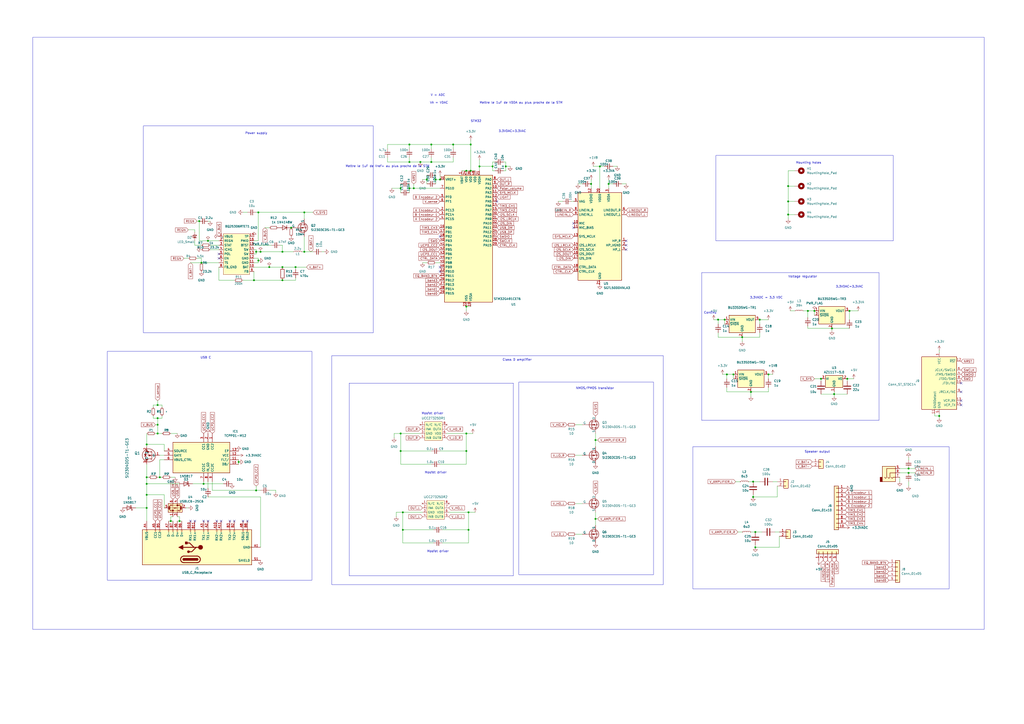
<source format=kicad_sch>
(kicad_sch (version 20231120) (generator "eeschema") (generator_version "8.0")
  (paper "A2")
  (junction (at 171.45 154.94))
  (junction (at 457.2 107.95))
  (junction (at 176.53 123.19))
  (junction (at 278.13 96.52))
  (junction (at 232.41 109.22))
  (junction (at 527.05 271.78))
  (junction (at 270.51 261.62))
  (junction (at 476.25 219.71))
  (junction (at 342.9 106.68))
  (junction (at 149.86 151.13))
  (junction (at 457.2 124.46))
  (junction (at 85.09 276.86))
  (junction (at 285.75 96.52))
  (junction (at 91.44 246.38))
  (junction (at 148.59 284.48))
  (junction (at 99.06 302.26))
  (junction (at 270.51 99.06))
  (junction (at 250.19 83.82))
  (junction (at 425.45 217.17))
  (junction (at 156.21 154.94))
  (junction (at 237.49 93.98))
  (junction (at 85.09 280.67))
  (junction (at 527.05 274.32))
  (junction (at 273.05 83.82))
  (junction (at 138.43 267.97))
  (junction (at 347.98 96.52))
  (junction (at 250.19 93.98))
  (junction (at 85.09 287.02))
  (junction (at 345.44 255.27))
  (junction (at 147.32 162.56))
  (junction (at 163.83 154.94))
  (junction (at 92.71 276.86))
  (junction (at 482.6 190.5))
  (junction (at 163.83 146.05))
  (junction (at 438.15 317.5))
  (junction (at 492.76 180.34))
  (junction (at 116.84 152.4))
  (junction (at 91.44 251.46))
  (junction (at 293.37 96.52))
  (junction (at 237.49 83.82))
  (junction (at 270.51 177.8))
  (junction (at 148.59 146.05))
  (junction (at 438.15 308.61))
  (junction (at 115.57 128.27))
  (junction (at 240.03 109.22))
  (junction (at 176.53 146.05))
  (junction (at 151.13 146.05))
  (junction (at 445.77 217.17))
  (junction (at 232.41 261.62))
  (junction (at 247.65 104.14))
  (junction (at 491.49 219.71))
  (junction (at 430.53 195.58))
  (junction (at 243.84 93.98))
  (junction (at 252.73 104.14))
  (junction (at 483.87 228.6))
  (junction (at 91.44 242.57))
  (junction (at 416.56 185.42))
  (junction (at 149.86 123.19))
  (junction (at 233.68 307.34))
  (junction (at 457.2 116.84))
  (junction (at 91.44 234.95))
  (junction (at 168.91 132.08))
  (junction (at 544.83 241.3))
  (junction (at 436.88 288.29))
  (junction (at 468.63 180.34))
  (junction (at 163.83 162.56))
  (junction (at 85.09 294.64))
  (junction (at 118.11 280.67))
  (junction (at 237.49 109.22))
  (junction (at 472.44 180.34))
  (junction (at 120.65 139.7))
  (junction (at 420.37 185.42))
  (junction (at 233.68 297.18))
  (junction (at 271.78 307.34))
  (junction (at 271.78 297.18))
  (junction (at 421.64 217.17))
  (junction (at 440.69 185.42))
  (junction (at 255.27 104.14))
  (junction (at 345.44 300.99))
  (junction (at 353.06 106.68))
  (junction (at 262.89 83.82))
  (junction (at 104.14 302.26))
  (junction (at 232.41 251.46))
  (junction (at 85.09 257.81))
  (junction (at 273.05 99.06))
  (junction (at 435.61 227.33))
  (junction (at 270.51 251.46))
  (junction (at 436.88 279.4))
  (no_connect (at 127 147.32))
  (no_connect (at 288.29 116.84))
  (no_connect (at 127 149.86))
  (no_connect (at 113.03 302.26))
  (no_connect (at 125.73 302.26))
  (no_connect (at 135.89 302.26))
  (no_connect (at 120.65 302.26))
  (no_connect (at 140.97 302.26))
  (no_connect (at 143.51 302.26))
  (no_connect (at 255.27 137.16))
  (no_connect (at 557.53 232.41))
  (no_connect (at 557.53 222.25))
  (no_connect (at 118.11 302.26))
  (no_connect (at 255.27 157.48))
  (no_connect (at 363.22 139.7))
  (no_connect (at 363.22 142.24))
  (no_connect (at 133.35 302.26))
  (no_connect (at 332.74 129.54))
  (no_connect (at 255.27 154.94))
  (no_connect (at 557.53 227.33))
  (no_connect (at 332.74 132.08))
  (no_connect (at 363.22 144.78))
  (no_connect (at 557.53 234.95))
  (no_connect (at 110.49 302.26))
  (no_connect (at 128.27 302.26))
  (wire (pts (xy 347.98 96.52) (xy 350.52 96.52)))
  (wire (pts (xy 285.75 99.06) (xy 287.02 99.06)))
  (wire (pts (xy 334.01 246.38) (xy 337.82 246.38)))
  (wire (pts (xy 121.92 128.27) (xy 120.65 128.27)))
  (wire (pts (xy 85.09 287.02) (xy 85.09 294.64)))
  (wire (pts (xy 450.85 281.94) (xy 450.85 288.29)))
  (wire (pts (xy 224.79 83.82) (xy 224.79 86.36)))
  (wire (pts (xy 147.32 157.48) (xy 147.32 162.56)))
  (wire (pts (xy 438.15 308.61) (xy 441.96 308.61)))
  (wire (pts (xy 176.53 123.19) (xy 176.53 127)))
  (wire (pts (xy 147.32 152.4) (xy 149.86 152.4)))
  (wire (pts (xy 160.02 284.48) (xy 160.02 285.75)))
  (wire (pts (xy 345.44 255.27) (xy 345.44 259.08)))
  (wire (pts (xy 156.21 284.48) (xy 160.02 284.48)))
  (wire (pts (xy 237.49 91.44) (xy 237.49 93.98)))
  (wire (pts (xy 419.1 217.17) (xy 421.64 217.17)))
  (wire (pts (xy 270.51 177.8) (xy 270.51 180.34)))
  (wire (pts (xy 85.09 287.02) (xy 95.25 287.02)))
  (wire (pts (xy 466.09 180.34) (xy 468.63 180.34)))
  (wire (pts (xy 527.05 279.4) (xy 527.05 281.94)))
  (wire (pts (xy 107.95 294.64) (xy 109.22 294.64)))
  (wire (pts (xy 97.79 302.26) (xy 99.06 302.26)))
  (wire (pts (xy 250.19 91.44) (xy 250.19 93.98)))
  (wire (pts (xy 93.98 241.3) (xy 93.98 242.57)))
  (wire (pts (xy 250.19 269.24) (xy 232.41 269.24)))
  (wire (pts (xy 118.11 280.67) (xy 129.54 280.67)))
  (wire (pts (xy 100.33 299.72) (xy 99.06 299.72)))
  (wire (pts (xy 240.03 109.22) (xy 255.27 109.22)))
  (wire (pts (xy 237.49 93.98) (xy 243.84 93.98)))
  (wire (pts (xy 345.44 297.18) (xy 345.44 300.99)))
  (wire (pts (xy 440.69 193.04) (xy 440.69 195.58)))
  (wire (pts (xy 434.34 279.4) (xy 436.88 279.4)))
  (wire (pts (xy 135.89 162.56) (xy 127 162.56)))
  (wire (pts (xy 240.03 106.68) (xy 240.03 109.22)))
  (wire (pts (xy 88.9 234.95) (xy 88.9 236.22)))
  (wire (pts (xy 421.64 224.79) (xy 421.64 227.33)))
  (wire (pts (xy 457.2 99.06) (xy 461.01 99.06)))
  (wire (pts (xy 140.97 123.19) (xy 143.51 123.19)))
  (wire (pts (xy 232.41 261.62) (xy 250.19 261.62)))
  (wire (pts (xy 224.79 91.44) (xy 224.79 93.98)))
  (wire (pts (xy 118.11 280.67) (xy 118.11 279.4)))
  (wire (pts (xy 334.01 264.16) (xy 337.82 264.16)))
  (wire (pts (xy 228.6 254) (xy 228.6 251.46)))
  (wire (pts (xy 237.49 83.82) (xy 237.49 86.36)))
  (wire (pts (xy 91.44 251.46) (xy 91.44 246.38)))
  (wire (pts (xy 436.88 279.4) (xy 440.69 279.4)))
  (wire (pts (xy 252.73 101.6) (xy 252.73 104.14)))
  (wire (pts (xy 245.11 297.18) (xy 233.68 297.18)))
  (wire (pts (xy 233.68 297.18) (xy 233.68 307.34)))
  (wire (pts (xy 114.3 149.86) (xy 116.84 149.86)))
  (wire (pts (xy 85.09 269.24) (xy 85.09 276.86)))
  (wire (pts (xy 91.44 276.86) (xy 92.71 276.86)))
  (wire (pts (xy 445.77 217.17) (xy 445.77 219.71)))
  (wire (pts (xy 149.86 123.19) (xy 149.86 139.7)))
  (wire (pts (xy 171.45 154.94) (xy 171.45 156.21)))
  (wire (pts (xy 251.46 314.96) (xy 233.68 314.96)))
  (wire (pts (xy 229.87 299.72) (xy 229.87 297.18)))
  (wire (pts (xy 149.86 151.13) (xy 149.86 149.86)))
  (wire (pts (xy 355.6 96.52) (xy 358.14 96.52)))
  (wire (pts (xy 323.85 116.84) (xy 326.39 116.84)))
  (wire (pts (xy 123.19 284.48) (xy 148.59 284.48)))
  (wire (pts (xy 243.84 251.46) (xy 232.41 251.46)))
  (wire (pts (xy 445.77 217.17) (xy 448.31 217.17)))
  (wire (pts (xy 232.41 106.68) (xy 232.41 109.22)))
  (wire (pts (xy 85.09 302.26) (xy 85.09 294.64)))
  (wire (pts (xy 104.14 302.26) (xy 105.41 302.26)))
  (wire (pts (xy 425.45 217.17) (xy 425.45 219.71)))
  (wire (pts (xy 468.63 190.5) (xy 482.6 190.5)))
  (wire (pts (xy 542.29 241.3) (xy 544.83 241.3)))
  (wire (pts (xy 468.63 184.15) (xy 468.63 180.34)))
  (wire (pts (xy 267.97 99.06) (xy 270.51 99.06)))
  (wire (pts (xy 148.59 146.05) (xy 151.13 146.05)))
  (wire (pts (xy 90.17 246.38) (xy 91.44 246.38)))
  (wire (pts (xy 148.59 284.48) (xy 148.59 281.94)))
  (wire (pts (xy 147.32 142.24) (xy 157.48 142.24)))
  (wire (pts (xy 270.51 261.62) (xy 270.51 269.24)))
  (wire (pts (xy 85.09 251.46) (xy 85.09 257.81)))
  (wire (pts (xy 445.77 224.79) (xy 445.77 227.33)))
  (wire (pts (xy 147.32 144.78) (xy 148.59 144.78)))
  (wire (pts (xy 148.59 147.32) (xy 147.32 147.32)))
  (wire (pts (xy 95.25 287.02) (xy 95.25 294.64)))
  (wire (pts (xy 414.02 185.42) (xy 416.56 185.42)))
  (wire (pts (xy 116.84 149.86) (xy 116.84 152.4)))
  (wire (pts (xy 91.44 246.38) (xy 91.44 242.57)))
  (wire (pts (xy 92.71 276.86) (xy 93.98 276.86)))
  (wire (pts (xy 151.13 288.29) (xy 120.65 288.29)))
  (wire (pts (xy 245.11 104.14) (xy 247.65 104.14)))
  (wire (pts (xy 91.44 232.41) (xy 91.44 234.95)))
  (wire (pts (xy 176.53 123.19) (xy 181.61 123.19)))
  (wire (pts (xy 92.71 266.7) (xy 92.71 276.86)))
  (wire (pts (xy 344.17 96.52) (xy 347.98 96.52)))
  (wire (pts (xy 416.56 185.42) (xy 420.37 185.42)))
  (wire (pts (xy 102.87 299.72) (xy 104.14 299.72)))
  (wire (pts (xy 468.63 180.34) (xy 472.44 180.34)))
  (wire (pts (xy 252.73 152.4) (xy 255.27 152.4)))
  (wire (pts (xy 120.65 279.4) (xy 120.65 283.21)))
  (wire (pts (xy 233.68 307.34) (xy 233.68 314.96)))
  (wire (pts (xy 138.43 267.97) (xy 138.43 269.24)))
  (wire (pts (xy 285.75 96.52) (xy 285.75 99.06)))
  (wire (pts (xy 458.47 180.34) (xy 461.01 180.34)))
  (wire (pts (xy 353.06 106.68) (xy 355.6 106.68)))
  (wire (pts (xy 237.49 109.22) (xy 240.03 109.22)))
  (wire (pts (xy 256.54 314.96) (xy 271.78 314.96)))
  (wire (pts (xy 232.41 251.46) (xy 232.41 261.62)))
  (wire (pts (xy 151.13 317.5) (xy 151.13 288.29)))
  (wire (pts (xy 334.01 292.1) (xy 337.82 292.1)))
  (wire (pts (xy 335.28 106.68) (xy 337.82 106.68)))
  (wire (pts (xy 255.27 269.24) (xy 270.51 269.24)))
  (wire (pts (xy 521.97 271.78) (xy 527.05 271.78)))
  (wire (pts (xy 85.09 276.86) (xy 85.09 280.67)))
  (wire (pts (xy 149.86 123.19) (xy 176.53 123.19)))
  (wire (pts (xy 293.37 96.52) (xy 293.37 99.06)))
  (wire (pts (xy 416.56 195.58) (xy 430.53 195.58)))
  (wire (pts (xy 438.15 316.23) (xy 438.15 317.5)))
  (wire (pts (xy 85.09 257.81) (xy 85.09 259.08)))
  (wire (pts (xy 342.9 104.14) (xy 342.9 106.68)))
  (wire (pts (xy 440.69 185.42) (xy 445.77 185.42)))
  (wire (pts (xy 521.97 274.32) (xy 527.05 274.32)))
  (wire (pts (xy 255.27 101.6) (xy 255.27 104.14)))
  (wire (pts (xy 186.69 146.05) (xy 187.96 146.05)))
  (wire (pts (xy 113.03 142.24) (xy 116.84 142.24)))
  (wire (pts (xy 472.44 219.71) (xy 476.25 219.71)))
  (wire (pts (xy 92.71 264.16) (xy 95.25 264.16)))
  (wire (pts (xy 262.89 83.82) (xy 262.89 86.36)))
  (wire (pts (xy 476.25 219.71) (xy 476.25 220.98)))
  (wire (pts (xy 345.44 251.46) (xy 345.44 255.27)))
  (wire (pts (xy 156.21 154.94) (xy 163.83 154.94)))
  (wire (pts (xy 121.92 142.24) (xy 127 142.24)))
  (wire (pts (xy 148.59 123.19) (xy 149.86 123.19)))
  (wire (pts (xy 449.58 308.61) (xy 452.12 308.61)))
  (wire (pts (xy 342.9 106.68) (xy 342.9 109.22)))
  (wire (pts (xy 457.2 116.84) (xy 457.2 107.95)))
  (wire (pts (xy 99.06 299.72) (xy 99.06 302.26)))
  (wire (pts (xy 256.54 307.34) (xy 271.78 307.34)))
  (wire (pts (xy 271.78 307.34) (xy 271.78 297.18)))
  (wire (pts (xy 149.86 152.4) (xy 149.86 151.13)))
  (wire (pts (xy 113.03 133.35) (xy 113.03 134.62)))
  (wire (pts (xy 483.87 229.87) (xy 483.87 228.6)))
  (wire (pts (xy 521.97 276.86) (xy 521.97 279.4)))
  (wire (pts (xy 232.41 109.22) (xy 232.41 111.76)))
  (wire (pts (xy 95.25 261.62) (xy 95.25 257.81)))
  (wire (pts (xy 175.26 146.05) (xy 176.53 146.05)))
  (wire (pts (xy 91.44 234.95) (xy 88.9 234.95)))
  (wire (pts (xy 491.49 219.71) (xy 491.49 220.98)))
  (wire (pts (xy 426.72 279.4) (xy 429.26 279.4)))
  (wire (pts (xy 476.25 228.6) (xy 483.87 228.6)))
  (wire (pts (xy 445.77 227.33) (xy 435.61 227.33)))
  (wire (pts (xy 430.53 195.58) (xy 430.53 198.12)))
  (wire (pts (xy 457.2 107.95) (xy 461.01 107.95)))
  (wire (pts (xy 85.09 294.64) (xy 78.74 294.64)))
  (wire (pts (xy 273.05 83.82) (xy 273.05 99.06)))
  (wire (pts (xy 345.44 300.99) (xy 346.71 300.99)))
  (wire (pts (xy 85.09 276.86) (xy 86.36 276.86)))
  (wire (pts (xy 224.79 93.98) (xy 237.49 93.98)))
  (wire (pts (xy 421.64 217.17) (xy 425.45 217.17)))
  (wire (pts (xy 450.85 288.29) (xy 436.88 288.29)))
  (wire (pts (xy 292.1 99.06) (xy 293.37 99.06)))
  (wire (pts (xy 93.98 242.57) (xy 91.44 242.57)))
  (wire (pts (xy 483.87 228.6) (xy 491.49 228.6)))
  (wire (pts (xy 492.76 180.34) (xy 497.84 180.34)))
  (wire (pts (xy 483.87 228.6) (xy 483.87 227.33)))
  (wire (pts (xy 492.76 180.34) (xy 492.76 185.42)))
  (wire (pts (xy 247.65 104.14) (xy 247.65 106.68)))
  (wire (pts (xy 273.05 81.28) (xy 273.05 83.82)))
  (wire (pts (xy 162.56 142.24) (xy 163.83 142.24)))
  (wire (pts (xy 457.2 107.95) (xy 457.2 99.06)))
  (wire (pts (xy 292.1 93.98) (xy 293.37 93.98)))
  (wire (pts (xy 115.57 139.7) (xy 115.57 128.27)))
  (wire (pts (xy 421.64 217.17) (xy 421.64 219.71)))
  (wire (pts (xy 106.68 149.86) (xy 109.22 149.86)))
  (wire (pts (xy 127 162.56) (xy 127 154.94)))
  (wire (pts (xy 278.13 96.52) (xy 278.13 99.06)))
  (wire (pts (xy 452.12 317.5) (xy 438.15 317.5)))
  (wire (pts (xy 148.59 284.48) (xy 151.13 284.48)))
  (wire (pts (xy 93.98 236.22) (xy 93.98 234.95)))
  (wire (pts (xy 420.37 185.42) (xy 420.37 187.96)))
  (wire (pts (xy 149.86 149.86) (xy 147.32 149.86)))
  (wire (pts (xy 250.19 93.98) (xy 262.89 93.98)))
  (wire (pts (xy 93.98 234.95) (xy 91.44 234.95)))
  (wire (pts (xy 334.01 309.88) (xy 337.82 309.88)))
  (wire (pts (xy 233.68 307.34) (xy 251.46 307.34)))
  (wire (pts (xy 85.09 280.67) (xy 85.09 287.02)))
  (wire (pts (xy 99.06 251.46) (xy 102.87 251.46)))
  (wire (pts (xy 245.11 152.4) (xy 247.65 152.4)))
  (wire (pts (xy 227.33 109.22) (xy 232.41 109.22)))
  (wire (pts (xy 472.44 180.34) (xy 472.44 182.88)))
  (wire (pts (xy 250.19 83.82) (xy 262.89 83.82)))
  (wire (pts (xy 270.51 261.62) (xy 270.51 251.46)))
  (wire (pts (xy 271.78 297.18) (xy 275.59 297.18)))
  (wire (pts (xy 293.37 96.52) (xy 295.91 96.52)))
  (wire (pts (xy 278.13 92.71) (xy 278.13 96.52)))
  (wire (pts (xy 347.98 96.52) (xy 347.98 109.22)))
  (wire (pts (xy 120.65 139.7) (xy 127 139.7)))
  (wire (pts (xy 102.87 302.26) (xy 104.14 302.26)))
  (wire (pts (xy 114.3 128.27) (xy 115.57 128.27)))
  (wire (pts (xy 527.05 271.78) (xy 530.86 271.78)))
  (wire (pts (xy 243.84 93.98) (xy 250.19 93.98)))
  (wire (pts (xy 285.75 93.98) (xy 285.75 96.52)))
  (wire (pts (xy 88.9 242.57) (xy 88.9 241.3)))
  (wire (pts (xy 262.89 83.82) (xy 273.05 83.82)))
  (wire (pts (xy 544.83 240.03) (xy 544.83 241.3)))
  (wire (pts (xy 147.32 154.94) (xy 156.21 154.94)))
  (wire (pts (xy 149.86 139.7) (xy 147.32 139.7)))
  (wire (pts (xy 527.05 265.43) (xy 527.05 266.7)))
  (wire (pts (xy 138.43 266.7) (xy 138.43 267.97)))
  (wire (pts (xy 110.49 152.4) (xy 116.84 152.4)))
  (wire (pts (xy 482.6 190.5) (xy 482.6 191.77)))
  (wire (pts (xy 457.2 127) (xy 457.2 124.46)))
  (wire (pts (xy 436.88 287.02) (xy 436.88 288.29)))
  (wire (pts (xy 440.69 195.58) (xy 430.53 195.58)))
  (wire (pts (xy 293.37 93.98) (xy 293.37 96.52)))
  (wire (pts (xy 104.14 280.67) (xy 85.09 280.67)))
  (wire (pts (xy 440.69 185.42) (xy 440.69 187.96)))
  (wire (pts (xy 232.41 261.62) (xy 232.41 269.24)))
  (wire (pts (xy 140.97 162.56) (xy 147.32 162.56)))
  (wire (pts (xy 270.51 251.46) (xy 259.08 251.46)))
  (wire (pts (xy 153.67 132.08) (xy 156.21 132.08)))
  (wire (pts (xy 116.84 152.4) (xy 127 152.4)))
  (wire (pts (xy 224.79 83.82) (xy 237.49 83.82)))
  (wire (pts (xy 176.53 146.05) (xy 181.61 146.05)))
  (wire (pts (xy 229.87 297.18) (xy 233.68 297.18)))
  (wire (pts (xy 176.53 137.16) (xy 176.53 146.05)))
  (wire (pts (xy 91.44 242.57) (xy 88.9 242.57)))
  (wire (pts (xy 99.06 302.26) (xy 100.33 302.26)))
  (wire (pts (xy 435.61 308.61) (xy 438.15 308.61)))
  (wire (pts (xy 544.83 241.3) (xy 544.83 242.57)))
  (wire (pts (xy 270.51 177.8) (xy 273.05 177.8)))
  (wire (pts (xy 148.59 146.05) (xy 148.59 147.32)))
  (wire (pts (xy 252.73 104.14) (xy 252.73 106.68)))
  (wire (pts (xy 482.6 190.5) (xy 492.76 190.5)))
  (wire (pts (xy 171.45 161.29) (xy 171.45 162.56)))
  (wire (pts (xy 262.89 91.44) (xy 262.89 93.98)))
  (wire (pts (xy 353.06 106.68) (xy 353.06 109.22)))
  (wire (pts (xy 448.31 279.4) (xy 450.85 279.4)))
  (wire (pts (xy 491.49 219.71) (xy 495.3 219.71)))
  (wire (pts (xy 255.27 261.62) (xy 270.51 261.62)))
  (wire (pts (xy 468.63 189.23) (xy 468.63 190.5)))
  (wire (pts (xy 345.44 255.27) (xy 346.71 255.27)))
  (wire (pts (xy 271.78 297.18) (xy 260.35 297.18)))
  (wire (pts (xy 95.25 266.7) (xy 92.71 266.7)))
  (wire (pts (xy 457.2 116.84) (xy 461.01 116.84)))
  (wire (pts (xy 237.49 106.68) (xy 237.49 109.22)))
  (wire (pts (xy 151.13 146.05) (xy 163.83 146.05)))
  (wire (pts (xy 345.44 300.99) (xy 345.44 304.8)))
  (wire (pts (xy 171.45 154.94) (xy 177.8 154.94)))
  (wire (pts (xy 457.2 124.46) (xy 457.2 116.84)))
  (wire (pts (xy 104.14 299.72) (xy 104.14 302.26)))
  (wire (pts (xy 457.2 124.46) (xy 461.01 124.46)))
  (wire (pts (xy 435.61 227.33) (xy 435.61 229.87)))
  (wire (pts (xy 237.49 83.82) (xy 250.19 83.82)))
  (wire (pts (xy 416.56 193.04) (xy 416.56 195.58)))
  (wire (pts (xy 353.06 104.14) (xy 353.06 106.68)))
  (wire (pts (xy 527.05 274.32) (xy 530.86 274.32)))
  (wire (pts (xy 247.65 101.6) (xy 247.65 104.14)))
  (wire (pts (xy 95.25 257.81) (xy 85.09 257.81)))
  (wire (pts (xy 237.49 109.22) (xy 237.49 111.76)))
  (wire (pts (xy 273.05 99.06) (xy 275.59 99.06)))
  (wire (pts (xy 148.59 144.78) (xy 148.59 146.05)))
  (wire (pts (xy 360.68 106.68) (xy 363.22 106.68)))
  (wire (pts (xy 163.83 154.94) (xy 171.45 154.94)))
  (wire (pts (xy 163.83 142.24) (xy 163.83 146.05)))
  (wire (pts (xy 109.22 133.35) (xy 113.03 133.35)))
  (wire (pts (xy 427.99 308.61) (xy 430.53 308.61)))
  (wire (pts (xy 416.56 185.42) (xy 416.56 187.96)))
  (wire (pts (xy 163.83 162.56) (xy 171.45 162.56)))
  (wire (pts (xy 270.51 251.46) (xy 274.32 251.46)))
  (wire (pts (xy 228.6 251.46) (xy 232.41 251.46)))
  (wire (pts (xy 163.83 146.05) (xy 170.18 146.05)))
  (wire (pts (xy 544.83 204.47) (xy 544.83 203.2)))
  (wire (pts (xy 99.06 276.86) (xy 101.6 276.86)))
  (wire (pts (xy 120.65 139.7) (xy 115.57 139.7)))
  (wire (pts (xy 121.92 144.78) (xy 127 144.78)))
  (wire (pts (xy 331.47 116.84) (xy 332.74 116.84)))
  (wire (pts (xy 542.29 240.03) (xy 542.29 241.3)))
  (wire (pts (xy 278.13 96.52) (xy 285.75 96.52)))
  (wire (pts (xy 113.03 139.7) (xy 113.03 142.24)))
  (wire (pts (xy 90.17 251.46) (xy 91.44 251.46)))
  (wire (pts (xy 91.44 251.46) (xy 93.98 251.46)))
  (wire (pts (xy 270.51 99.06) (xy 273.05 99.06)))
  (wire (pts (xy 252.73 104.14) (xy 255.27 104.14)))
  (wire (pts (xy 147.32 162.56) (xy 163.83 162.56)))
  (wire (pts (xy 421.64 227.33) (xy 435.61 227.33)))
  (wire (pts (xy 111.76 280.67) (xy 118.11 280.67)))
  (wire (pts (xy 271.78 307.34) (xy 271.78 314.96)))
  (wire (pts (xy 452.12 311.15) (xy 452.12 317.5)))
  (wire (pts (xy 250.19 83.82) (xy 250.19 86.36)))
  (wire (pts (xy 123.19 279.4) (xy 123.19 284.48)))
  (wire (pts (xy 285.75 93.98) (xy 287.02 93.98)))
  (rectangle (start 19.05 21.59) (end 570.865 365.125))
  (rectangle (start 407.035 158.115) (end 509.905 243.84))
  (rectangle (start 401.955 259.08) (end 550.545 341.63))
  (rectangle (start 62.23 203.835) (end 180.975 336.55))
  (rectangle (start 202.565 222.25) (end 297.815 334.01))
  (rectangle (start 300.99 221.615) (end 379.095 333.375))
  (rectangle (start 415.29 90.17) (end 518.16 139.7))
  (rectangle (start 192.405 206.375) (end 384.81 339.09))
  (rectangle (start 83.185 73.025) (end 216.535 193.04))
  (text "Class D amplifier\n" (at 291.465 209.55 0) (effects (font (size 1.27 1.27)) (justify left bottom)))
  (text "V = ADC" (at 254 55.245 0) (effects (font (size 1.27 1.27))))
  (text "Power supply\n" (at 142.24 78.105 0) (effects (font (size 1.27 1.27)) (justify left bottom)))
  (text "Mounting holes" (at 461.645 95.25 0) (effects (font (size 1.27 1.27)) (justify left bottom)))
  (text "Mettre le 1uF de VDDA au plus proche de la STM\n" (at 302.26 59.69 0) (effects (font (size 1.27 1.27))))
  (text "Voltage regulator\n\n" (at 457.2 163.322 0) (effects (font (size 1.27 1.27)) (justify left bottom)))
  (text "Mosfet driver\n" (at 246.38 274.955 0) (effects (font (size 1.27 1.27)) (justify left bottom)))
  (text "USB C\n" (at 116.205 208.28 0) (effects (font (size 1.27 1.27)) (justify left bottom)))
  (text "3.3VDAC=3.3VAC" (at 492.76 166.37 0) (effects (font (size 1.27 1.27))))
  (text "VA = VDAC" (at 254.635 59.69 0) (effects (font (size 1.27 1.27))))
  (text "Mettre le 1uF de Vref+ au plus proche de la STM\n" (at 224.79 96.52 0) (effects (font (size 1.27 1.27))))
  (text "NMOS/PMOS transistor\n" (at 334.01 226.06 0) (effects (font (size 1.27 1.27)) (justify left bottom)))
  (text "3.3VDAC=3.3VAC" (at 297.18 76.2 0) (effects (font (size 1.27 1.27))))
  (text "Speaker output\n" (at 466.725 262.89 0) (effects (font (size 1.27 1.27)) (justify left bottom)))
  (text "STM32\n" (at 273.05 71.12 0) (effects (font (size 1.27 1.27)) (justify left bottom)))
  (text "3.3VADC = 3.3 VDC" (at 444.5 172.72 0) (effects (font (size 1.27 1.27))))
  (text "Continu\n" (at 408.305 182.245 0) (effects (font (size 1.27 1.27)) (justify left bottom)))
  (text "Mosfet driver\n" (at 247.65 320.675 0) (effects (font (size 1.27 1.27)) (justify left bottom)))
  (text "Mosfet driver\n" (at 244.475 240.665 0) (effects (font (size 1.27 1.27)) (justify left bottom)))
  (global_label "SWO" (shape input) (at 255.27 139.7 180) (property "Intersheetrefs" "${INTERSHEET_REFS}" (effects (hide yes))))
  (global_label "UCPD_CC1" (shape input) (at 90.17 302.26 90) (property "Intersheetrefs" "${INTERSHEET_REFS}" (effects (hide yes))))
  (global_label "A Encodeur 2" (shape input) (at 255.27 127 180) (property "Intersheetrefs" "${INTERSHEET_REFS}" (effects (hide yes))))
  (global_label "CTRL_DATA" (shape input) (at 255.27 149.86 180) (property "Intersheetrefs" "${INTERSHEET_REFS}" (effects (hide yes))))
  (global_label "V_SYS" (shape input) (at 472.44 219.71 180) (property "Intersheetrefs" "${INTERSHEET_REFS}" (effects (hide yes))))
  (global_label "TIM3_CH1" (shape input) (at 490.22 295.91 0) (property "Intersheetrefs" "${INTERSHEET_REFS}" (effects (hide yes))))
  (global_label "SYS_MCLK" (shape input) (at 332.74 137.16 180) (property "Intersheetrefs" "${INTERSHEET_REFS}" (effects (hide yes))))
  (global_label "SWDIO" (shape input) (at 288.29 137.16 0) (property "Intersheetrefs" "${INTERSHEET_REFS}" (effects (hide yes))))
  (global_label "NRST" (shape input) (at 557.53 209.55 0) (property "Intersheetrefs" "${INTERSHEET_REFS}" (effects (hide yes))))
  (global_label "REGN" (shape input) (at 114.3 128.27 180) (property "Intersheetrefs" "${INTERSHEET_REFS}" (effects (hide yes))))
  (global_label "B Encodeur 2" (shape input) (at 490.22 290.83 0) (property "Intersheetrefs" "${INTERSHEET_REFS}" (effects (hide yes))))
  (global_label "A Encodeur 1" (shape input) (at 255.27 121.92 180) (property "Intersheetrefs" "${INTERSHEET_REFS}" (effects (hide yes))))
  (global_label "V_LO_L" (shape input) (at 260.35 299.72 0) (property "Intersheetrefs" "${INTERSHEET_REFS}" (effects (hide yes))))
  (global_label "I2S_LRCLK" (shape input) (at 332.74 142.24 180) (property "Intersheetrefs" "${INTERSHEET_REFS}" (effects (hide yes))))
  (global_label "TIM3_CH2" (shape input) (at 288.29 121.92 0) (property "Intersheetrefs" "${INTERSHEET_REFS}" (effects (hide yes))))
  (global_label "V_BAT-" (shape input) (at 110.49 152.4 270) (property "Intersheetrefs" "${INTERSHEET_REFS}" (effects (hide yes))))
  (global_label "SYS_MCLK" (shape input) (at 288.29 111.76 0) (property "Intersheetrefs" "${INTERSHEET_REFS}" (effects (hide yes))))
  (global_label "V_sense" (shape input) (at 91.44 232.41 90) (property "Intersheetrefs" "${INTERSHEET_REFS}" (effects (hide yes))))
  (global_label "band0" (shape input) (at 515.62 336.55 180) (property "Intersheetrefs" "${INTERSHEET_REFS}" (effects (hide yes))))
  (global_label "V_sense" (shape input) (at 255.27 116.84 180) (property "Intersheetrefs" "${INTERSHEET_REFS}" (effects (hide yes))))
  (global_label "V_HO_R" (shape input) (at 259.08 248.92 0) (property "Intersheetrefs" "${INTERSHEET_REFS}" (effects (hide yes))))
  (global_label "OUT_R" (shape input) (at 243.84 248.92 180) (property "Intersheetrefs" "${INTERSHEET_REFS}" (effects (hide yes))))
  (global_label "SWCLK" (shape input) (at 288.29 139.7 0) (property "Intersheetrefs" "${INTERSHEET_REFS}" (effects (hide yes))))
  (global_label "I2S_SCLK" (shape input) (at 332.74 144.78 180) (property "Intersheetrefs" "${INTERSHEET_REFS}" (effects (hide yes))))
  (global_label "band0" (shape input) (at 255.27 170.18 180) (property "Intersheetrefs" "${INTERSHEET_REFS}" (effects (hide yes))))
  (global_label "V_SYS" (shape input) (at 345.44 287.02 90) (property "Intersheetrefs" "${INTERSHEET_REFS}" (effects (hide yes))))
  (global_label "USB_DP" (shape input) (at 288.29 134.62 0) (property "Intersheetrefs" "${INTERSHEET_REFS}" (effects (hide yes))))
  (global_label "USB_DP" (shape input) (at 102.87 289.56 90) (property "Intersheetrefs" "${INTERSHEET_REFS}" (effects (hide yes))))
  (global_label "V_BUS" (shape input) (at 90.17 246.38 180) (property "Intersheetrefs" "${INTERSHEET_REFS}" (effects (hide yes))))
  (global_label "V_BAT-" (shape input) (at 471.17 270.51 180) (property "Intersheetrefs" "${INTERSHEET_REFS}" (effects (hide yes))))
  (global_label "OUT_L" (shape input) (at 245.11 294.64 180) (property "Intersheetrefs" "${INTERSHEET_REFS}" (effects (hide yes))))
  (global_label "band2" (shape input) (at 515.62 331.47 180) (property "Intersheetrefs" "${INTERSHEET_REFS}" (effects (hide yes))))
  (global_label "B Encodeur 2" (shape input) (at 255.27 114.3 180) (property "Intersheetrefs" "${INTERSHEET_REFS}" (effects (hide yes))))
  (global_label "TIM3_CH3" (shape input) (at 255.27 132.08 180) (property "Intersheetrefs" "${INTERSHEET_REFS}" (effects (hide yes))))
  (global_label "CTRL_CLK" (shape input) (at 332.74 157.48 180) (property "Intersheetrefs" "${INTERSHEET_REFS}" (effects (hide yes))))
  (global_label "LINEIN_R" (shape input) (at 530.86 274.32 0) (property "Intersheetrefs" "${INTERSHEET_REFS}" (effects (hide yes))))
  (global_label "V_BUS" (shape input) (at 127 137.16 90) (property "Intersheetrefs" "${INTERSHEET_REFS}" (effects (hide yes))))
  (global_label "REGN" (shape input) (at 106.68 149.86 180) (property "Intersheetrefs" "${INTERSHEET_REFS}" (effects (hide yes))))
  (global_label "band1" (shape input) (at 515.62 334.01 180) (property "Intersheetrefs" "${INTERSHEET_REFS}" (effects (hide yes))))
  (global_label "I2S_DIN" (shape input) (at 332.74 149.86 180) (property "Intersheetrefs" "${INTERSHEET_REFS}" (effects (hide yes))))
  (global_label "CTRL_DATA" (shape input) (at 332.74 154.94 180) (property "Intersheetrefs" "${INTERSHEET_REFS}" (effects (hide yes))))
  (global_label "SWO" (shape input) (at 557.53 219.71 0) (property "Intersheetrefs" "${INTERSHEET_REFS}" (effects (hide yes))))
  (global_label "I2S_DOUT" (shape input) (at 332.74 147.32 180) (property "Intersheetrefs" "${INTERSHEET_REFS}" (effects (hide yes))))
  (global_label "LINEOUT_R" (shape input) (at 363.22 121.92 0) (property "Intersheetrefs" "${INTERSHEET_REFS}" (effects (hide yes))))
  (global_label "V_SYS" (shape input) (at 345.44 241.3 90) (property "Intersheetrefs" "${INTERSHEET_REFS}" (effects (hide yes))))
  (global_label "OUT_R" (shape input) (at 288.29 106.68 0) (property "Intersheetrefs" "${INTERSHEET_REFS}" (effects (hide yes))))
  (global_label "V_HO_L" (shape input) (at 260.35 294.64 0) (property "Intersheetrefs" "${INTERSHEET_REFS}" (effects (hide yes))))
  (global_label "V_SYS" (shape input) (at 181.61 123.19 0) (property "Intersheetrefs" "${INTERSHEET_REFS}" (effects (hide yes))))
  (global_label "USB_DM" (shape input) (at 100.33 289.56 90) (property "Intersheetrefs" "${INTERSHEET_REFS}" (effects (hide yes))))
  (global_label "V_HO_R" (shape input) (at 328.93 246.38 180) (property "Intersheetrefs" "${INTERSHEET_REFS}" (effects (hide yes))))
  (global_label "V_BUS" (shape input) (at 153.67 132.08 270) (property "Intersheetrefs" "${INTERSHEET_REFS}" (effects (hide yes))))
  (global_label "CTRL_CLK" (shape input) (at 288.29 142.24 0) (property "Intersheetrefs" "${INTERSHEET_REFS}" (effects (hide yes))))
  (global_label "V_HO_L" (shape input) (at 328.93 292.1 180) (property "Intersheetrefs" "${INTERSHEET_REFS}" (effects (hide yes))))
  (global_label "OUT_L" (shape input) (at 288.29 104.14 0) (property "Intersheetrefs" "${INTERSHEET_REFS}" (effects (hide yes))))
  (global_label "TIM3_CH3" (shape input) (at 490.22 300.99 0) (property "Intersheetrefs" "${INTERSHEET_REFS}" (effects (hide yes))))
  (global_label "band3" (shape input) (at 255.27 162.56 180) (property "Intersheetrefs" "${INTERSHEET_REFS}" (effects (hide yes))))
  (global_label "band1" (shape input) (at 255.27 167.64 180) (property "Intersheetrefs" "${INTERSHEET_REFS}" (effects (hide yes))))
  (global_label "V_AMPLIFIER_L" (shape input) (at 426.72 279.4 180) (property "Intersheetrefs" "${INTERSHEET_REFS}" (effects (hide yes))))
  (global_label "EQ_BAND_BTN" (shape input) (at 255.27 160.02 180) (property "Intersheetrefs" "${INTERSHEET_REFS}" (effects (hide yes))))
  (global_label "V_LO_L" (shape input) (at 328.93 309.88 180) (property "Intersheetrefs" "${INTERSHEET_REFS}" (effects (hide yes))))
  (global_label "LIGHT" (shape input) (at 288.29 114.3 0) (property "Intersheetrefs" "${INTERSHEET_REFS}" (effects (hide yes))))
  (global_label "LINEOUT_R" (shape input) (at 480.06 325.12 270) (property "Intersheetrefs" "${INTERSHEET_REFS}" (effects (hide yes))))
  (global_label "B Encodeur 1" (shape input) (at 255.27 124.46 180) (property "Intersheetrefs" "${INTERSHEET_REFS}" (effects (hide yes))))
  (global_label "TIM3_CH4" (shape input) (at 255.27 134.62 180) (property "Intersheetrefs" "${INTERSHEET_REFS}" (effects (hide yes))))
  (global_label "V_BAT+" (shape input) (at 180.34 146.05 90) (property "Intersheetrefs" "${INTERSHEET_REFS}" (effects (hide yes))))
  (global_label "V_AMPLIFIER_R" (shape input) (at 346.71 255.27 0) (property "Intersheetrefs" "${INTERSHEET_REFS}" (effects (hide yes))))
  (global_label "V_BAT+" (shape input) (at 471.17 267.97 180) (property "Intersheetrefs" "${INTERSHEET_REFS}" (effects (hide yes))))
  (global_label "UCPD_CC1" (shape input) (at 118.11 251.46 90) (property "Intersheetrefs" "${INTERSHEET_REFS}" (effects (hide yes))))
  (global_label "LIGHT" (shape input) (at 485.14 325.12 270) (property "Intersheetrefs" "${INTERSHEET_REFS}" (effects (hide yes))))
  (global_label "SWCLK" (shape input) (at 557.53 214.63 0) (property "Intersheetrefs" "${INTERSHEET_REFS}" (effects (hide yes))))
  (global_label "EQ_BAND_BTN" (shape input) (at 515.62 326.39 180) (property "Intersheetrefs" "${INTERSHEET_REFS}" (effects (hide yes))))
  (global_label "LINEIN_L" (shape input) (at 530.86 271.78 0) (property "Intersheetrefs" "${INTERSHEET_REFS}" (effects (hide yes))))
  (global_label "Potar_volume" (shape input) (at 288.29 109.22 0) (property "Intersheetrefs" "${INTERSHEET_REFS}" (effects (hide yes))))
  (global_label "LINEIN_R" (shape input) (at 332.74 121.92 180) (property "Intersheetrefs" "${INTERSHEET_REFS}" (effects (hide yes))))
  (global_label "TIM3_CH1" (shape input) (at 288.29 119.38 0) (property "Intersheetrefs" "${INTERSHEET_REFS}" (effects (hide yes))))
  (global_label "REGN" (shape input) (at 109.22 133.35 180) (property "Intersheetrefs" "${INTERSHEET_REFS}" (effects (hide yes))))
  (global_label "V_LO_R" (shape input) (at 328.93 264.16 180) (property "Intersheetrefs" "${INTERSHEET_REFS}" (effects (hide yes))))
  (global_label "LINEOUT_L" (shape input) (at 477.52 325.12 270) (property "Intersheetrefs" "${INTERSHEET_REFS}" (effects (hide yes))))
  (global_label "SWDIO" (shape input) (at 557.53 217.17 0) (property "Intersheetrefs" "${INTERSHEET_REFS}" (effects (hide yes))))
  (global_label "band2" (shape input) (at 255.27 165.1 180) (property "Intersheetrefs" "${INTERSHEET_REFS}" (effects (hide yes))))
  (global_label "I2S_DIN" (shape input) (at 288.29 129.54 0) (property "Intersheetrefs" "${INTERSHEET_REFS}" (effects (hide yes))))
  (global_label "TIM3_CH2" (shape input) (at 490.22 298.45 0) (property "Intersheetrefs" "${INTERSHEET_REFS}" (effects (hide yes))))
  (global_label "UCPD_CC1" (shape input) (at 255.27 147.32 180) (property "Intersheetrefs" "${INTERSHEET_REFS}" (effects (hide yes))))
  (global_label "OUT_L" (shape input) (at 245.11 299.72 180) (property "Intersheetrefs" "${INTERSHEET_REFS}" (effects (hide yes))))
  (global_label "USB_DM" (shape input) (at 288.29 132.08 0) (property "Intersheetrefs" "${INTERSHEET_REFS}" (effects (hide yes))))
  (global_label "UCPD_CC2" (shape input) (at 123.19 251.46 90) (property "Intersheetrefs" "${INTERSHEET_REFS}" (effects (hide yes))))
  (global_label "B Encodeur 1" (shape input) (at 490.22 288.29 0) (property "Intersheetrefs" "${INTERSHEET_REFS}" (effects (hide yes))))
  (global_label "LINEIN_L" (shape input) (at 332.74 124.46 180) (property "Intersheetrefs" "${INTERSHEET_REFS}" (effects (hide yes))))
  (global_label "I2S_SCLK" (shape input) (at 288.29 124.46 0) (property "Intersheetrefs" "${INTERSHEET_REFS}" (effects (hide yes))))
  (global_label "A Encodeur 2" (shape input) (at 490.22 293.37 0) (property "Intersheetrefs" "${INTERSHEET_REFS}" (effects (hide yes))))
  (global_label "OUT_R" (shape input) (at 243.84 254 180) (property "Intersheetrefs" "${INTERSHEET_REFS}" (effects (hide yes))))
  (global_label "NRST" (shape input) (at 240.03 106.68 90) (property "Intersheetrefs" "${INTERSHEET_REFS}" (effects (hide yes))))
  (global_label "I2S_DOUT" (shape input) (at 255.27 144.78 180) (property "Intersheetrefs" "${INTERSHEET_REFS}" (effects (hide yes))))
  (global_label "band3" (shape input) (at 515.62 328.93 180) (property "Intersheetrefs" "${INTERSHEET_REFS}" (effects (hide yes))))
  (global_label "A Encodeur 1" (shape input) (at 490.22 285.75 0) (property "Intersheetrefs" "${INTERSHEET_REFS}" (effects (hide yes))))
  (global_label "TIM3_CH4" (shape input) (at 490.22 303.53 0) (property "Intersheetrefs" "${INTERSHEET_REFS}" (effects (hide yes))))
  (global_label "Potar_volume" (shape input) (at 482.6 325.12 270) (property "Intersheetrefs" "${INTERSHEET_REFS}" (effects (hide yes))))
  (global_label "UCPD_CC2" (shape input) (at 148.59 281.94 90) (property "Intersheetrefs" "${INTERSHEET_REFS}" (effects (hide yes))))
  (global_label "V_AMPLIFIER_L" (shape input) (at 346.71 300.99 0) (property "Intersheetrefs" "${INTERSHEET_REFS}" (effects (hide yes))))
  (global_label "UCPD_CC2" (shape input) (at 255.27 142.24 180) (property "Intersheetrefs" "${INTERSHEET_REFS}" (effects (hide yes))))
  (global_label "UCPD_CC2" (shape input) (at 92.71 302.26 90) (property "Intersheetrefs" "${INTERSHEET_REFS}" (effects (hide yes))))
  (global_label "V_BAT+" (shape input) (at 177.8 154.94 0) (property "Intersheetrefs" "${INTERSHEET_REFS}" (effects (hide yes))))
  (global_label "I2S_LRCLK" (shape input) (at 288.29 127 0) (property "Intersheetrefs" "${INTERSHEET_REFS}" (effects (hide yes))))
  (global_label "V_LO_R" (shape input) (at 259.08 254 0) (property "Intersheetrefs" "${INTERSHEET_REFS}" (effects (hide yes))))
  (global_label "LINEOUT_L" (shape input) (at 363.22 124.46 0) (property "Intersheetrefs" "${INTERSHEET_REFS}" (effects (hide yes))))
  (global_label "V_AMPLIFIER_R" (shape input) (at 427.99 308.61 180) (property "Intersheetrefs" "${INTERSHEET_REFS}" (effects (hide yes))))
  (symbol (lib_id "Diode:1N5817") (at 74.93 294.64 180) (unit 1)
    (property "Reference" "D1" (at 75.2475 288.925 0))
    (property "Value" "1N5817" (at 75.2475 291.465 0))
    (property "Footprint" "Diode_THT:D_DO-41_SOD81_P10.16mm_Horizontal" (effects (hide yes)))
    (property "Datasheet" "http://www.vishay.com/docs/88525/1n5817.pdf" (effects (hide yes)))
  )
  (symbol (lib_id "power:GND") (at 527.05 265.43 180) (unit 1)
    (property "Reference" "#PWR037" (effects (hide yes)))
    (property "Value" "GND" (at 527.05 260.985 0))
  )
  (symbol (lib_id "Device:C_Small") (at 445.77 222.25 0) (unit 1)
    (property "Reference" "C19" (at 448.945 220.9863 0) (effects (justify left)))
    (property "Value" "1u" (at 448.945 223.5263 0) (effects (justify left)))
    (property "Footprint" "Capacitor_SMD:C_0603_1608Metric_Pad1.08x0.95mm_HandSolder" (effects (hide yes)))
  )
  (symbol (lib_id "Device:R_Small") (at 138.43 162.56 90) (unit 1)
    (property "Reference" "R11" (at 138.43 160.655 90))
    (property "Value" "200k" (at 138.43 164.465 90))
    (property "Footprint" "Resistor_SMD:R_0603_1608Metric_Pad0.98x0.95mm_HandSolder" (effects (hide yes)))
  )
  (symbol (lib_id "power:+1V8") (at 448.31 217.17 0) (unit 1)
    (property "Reference" "#PWR042" (effects (hide yes)))
    (property "Value" "+1V8" (at 448.31 212.09 0))
    (property "Description" "Power symbol creates a global label with name \"+1V8\"" (effects (hide yes)))
  )
  (symbol (lib_id "Device:C_Small") (at 254 314.96 90) (unit 1)
    (property "Reference" "C17" (at 257.175 313.69 90))
    (property "Value" "1.0u" (at 250.825 313.69 90))
    (property "Footprint" "Capacitor_SMD:C_0603_1608Metric_Pad1.08x0.95mm_HandSolder" (effects (hide yes)))
  )
  (symbol (lib_id "Device:L_Small") (at 172.72 146.05 90) (unit 1)
    (property "Reference" "L1" (at 172.72 147.32 90))
    (property "Value" "2.2u" (at 172.72 144.145 90))
    (property "Footprint" "Inductor_SMD:L_Vishay_IFSC-1515AH_4x4x1.8mm" (effects (hide yes)))
  )
  (symbol (lib_name "GND_9") (lib_id "power:GND") (at 243.84 93.98 0) (unit 1)
    (property "Reference" "#PWR034" (effects (hide yes)))
    (property "Value" "GND" (at 243.84 99.06 0))
    (property "Description" "Power symbol creates a global label with name \"GND\" , ground" (effects (hide yes)))
  )
  (symbol (lib_id "Device:C") (at 444.5 279.4 90) (unit 1)
    (property "Reference" "C28" (at 444.5 272.415 90))
    (property "Value" "100u" (at 444.5 274.955 90))
    (property "Footprint" "Capacitor_THT:C_Radial_D5.0mm_H11.0mm_P2.00mm" (effects (hide yes)))
  )
  (symbol (lib_id "power:+3.3VA") (at 353.06 104.14 0) (unit 1)
    (property "Reference" "#PWR046" (effects (hide yes)))
    (property "Value" "+3.3VA" (at 353.06 99.06 0))
    (property "Description" "Power symbol creates a global label with name \"+3.3VA\"" (effects (hide yes)))
  )
  (symbol (lib_id "Device:C_Small") (at 146.05 123.19 270) (unit 1)
    (property "Reference" "C3" (at 146.0436 116.84 90))
    (property "Value" "10u" (at 146.0436 119.38 90))
    (property "Footprint" "Capacitor_SMD:C_0402_1005Metric_Pad0.74x0.62mm_HandSolder" (effects (hide yes)))
  )
  (symbol (lib_id "Device:R_Small") (at 116.84 154.94 0) (unit 1)
    (property "Reference" "R6" (at 117.475 152.4 0) (effects (justify left)))
    (property "Value" "23.2k" (at 117.475 157.48 0) (effects (justify left)))
    (property "Footprint" "Resistor_SMD:R_0603_1608Metric_Pad0.98x0.95mm_HandSolder" (effects (hide yes)))
  )
  (symbol (lib_id "Device:C_Small") (at 340.36 106.68 270) (unit 1)
    (property "Reference" "C37" (at 338.455 103.505 90) (effects (justify left)))
    (property "Value" "100n" (at 335.28 105.41 90) (effects (justify left)))
    (property "Footprint" "Capacitor_SMD:C_0402_1005Metric_Pad0.74x0.62mm_HandSolder" (effects (hide yes)))
  )
  (symbol (lib_id "Device:C_Small") (at 250.19 88.9 180) (unit 1)
    (property "Reference" "C27" (at 248.92 90.805 0) (effects (justify left)))
    (property "Value" "100n" (at 249.555 86.995 0) (effects (justify left)))
    (property "Footprint" "Capacitor_SMD:C_0402_1005Metric_Pad0.74x0.62mm_HandSolder" (effects (hide yes)))
  )
  (symbol (lib_id "power:GND") (at 187.96 146.05 90) (unit 1)
    (property "Reference" "#PWR015" (effects (hide yes)))
    (property "Value" "GND" (at 191.77 146.0499 90) (effects (justify right)))
  )
  (symbol (lib_id "power:GND") (at 140.97 123.19 270) (unit 1)
    (property "Reference" "#PWR07" (effects (hide yes)))
    (property "Value" "GND" (at 137.16 123.1899 90) (effects (justify right)))
  )
  (symbol (lib_id "power:+3.3V") (at 544.83 203.2 0) (unit 1)
    (property "Reference" "#PWR058" (effects (hide yes)))
    (property "Value" "+3.3V" (at 544.83 198.12 0))
    (property "Description" "Power symbol creates a global label with name \"+3.3V\"" (effects (hide yes)))
  )
  (symbol (lib_id "BQ25:BQ25306RTET") (at 137.16 137.16 0) (unit 1)
    (property "Reference" "BQ25306RTET1" (at 137.668 131.318 0))
    (property "Value" "~" (at 129.032 137.922 0))
    (property "Footprint" "Package_DFN_QFN:WQFN-16-1EP_3x3mm_P0.5mm_EP1.75x1.75mm" (effects (hide yes)))
  )
  (symbol (lib_id "Device:C_Small") (at 416.56 190.5 0) (unit 1)
    (property "Reference" "C14" (at 419.1 189.2363 0) (effects (justify left)))
    (property "Value" "1u" (at 419.1 191.7763 0) (effects (justify left)))
    (property "Footprint" "Capacitor_SMD:C_0603_1608Metric_Pad1.08x0.95mm_HandSolder" (effects (hide yes)))
  )
  (symbol (lib_id "Connector_Generic:Conn_01x02") (at 457.2 308.61 0) (unit 1)
    (property "Reference" "J3" (at 459.74 308.61 0) (effects (justify left)))
    (property "Value" "Conn_01x02" (at 459.74 311.15 0) (effects (justify left)))
    (property "Footprint" "Connector_JST:JST_XH_B2B-XH-A_1x02_P2.50mm_Vertical" (effects (hide yes)))
  )
  (symbol (lib_id "Device:R_Small") (at 250.19 152.4 90) (unit 1)
    (property "Reference" "R17" (at 250.19 154.94 90))
    (property "Value" "R_Small" (effects (hide yes)))
    (property "Description" "Resistor, small symbol" (effects (hide yes)))
  )
  (symbol (lib_id "power:GND") (at 138.43 261.62 180) (unit 1)
    (property "Reference" "#PWR013" (effects (hide yes)))
    (property "Value" "GND" (at 140.335 260.35 0) (effects (justify right)))
  )
  (symbol (lib_id "Connector_Generic:Conn_01x02") (at 455.93 279.4 0) (unit 1)
    (property "Reference" "J2" (at 458.47 279.4 0) (effects (justify left)))
    (property "Value" "Conn_01x02" (at 458.47 281.94 0) (effects (justify left)))
    (property "Footprint" "Connector_JST:JST_XH_B2B-XH-A_1x02_P2.50mm_Vertical" (effects (hide yes)))
  )
  (symbol (lib_id "power:GND") (at 345.44 314.96 0) (unit 1)
    (property "Reference" "#PWR038" (effects (hide yes)))
    (property "Value" "GND" (at 345.44 320.04 0))
  )
  (symbol (lib_id "power:GND") (at 521.97 279.4 0) (unit 1)
    (property "Reference" "#PWR036" (effects (hide yes)))
    (property "Value" "GND" (at 521.97 284.48 0))
  )
  (symbol (lib_id "Device:C_Small") (at 160.02 142.24 90) (unit 1)
    (property "Reference" "C6" (at 157.48 140.335 90))
    (property "Value" "47nF" (at 163.83 140.335 90))
    (property "Footprint" "Capacitor_SMD:C_0603_1608Metric_Pad1.08x0.95mm_HandSolder" (effects (hide yes)))
  )
  (symbol (lib_id "power:GND") (at 101.6 276.86 0) (unit 1)
    (property "Reference" "#PWR05" (effects (hide yes)))
    (property "Value" "GND" (at 99.06 279.4 0))
  )
  (symbol (lib_id "Device:C_Small") (at 118.11 128.27 270) (unit 1)
    (property "Reference" "C1" (at 116.205 126.365 90))
    (property "Value" "2.2u" (at 121.285 126.365 90))
    (property "Footprint" "Capacitor_SMD:C_0603_1608Metric_Pad1.08x0.95mm_HandSolder" (effects (hide yes)))
  )
  (symbol (lib_id "power:+5V") (at 414.02 185.42 0) (unit 1)
    (property "Reference" "#PWR052" (effects (hide yes)))
    (property "Value" "+5V" (at 414.02 180.34 0))
    (property "Description" "Power symbol creates a global label with name \"+5V\"" (effects (hide yes)))
  )
  (symbol (lib_id "power:+5V") (at 495.3 219.71 0) (unit 1)
    (property "Reference" "#PWR057" (effects (hide yes)))
    (property "Value" "+5V" (at 495.3 214.63 0))
    (property "Description" "Power symbol creates a global label with name \"+5V\"" (effects (hide yes)))
  )
  (symbol (lib_id "Connector_Generic:Conn_01x05") (at 480.06 320.04 90) (unit 1)
    (property "Reference" "J5" (at 480.06 314.325 90))
    (property "Value" "Conn_01x05" (at 480.06 316.865 90))
    (property "Footprint" "Connector_PinHeader_2.54mm:PinHeader_1x05_P2.54mm_Vertical" (effects (hide yes)))
  )
  (symbol (lib_id "Connector_Generic:Conn_01x05") (at 520.7 331.47 0) (unit 1)
    (property "Reference" "J8" (at 522.859 330.2 0) (effects (justify left)))
    (property "Value" "Conn_01x05" (at 522.859 332.74 0) (effects (justify left)))
    (property "Footprint" "Connector_PinHeader_2.54mm:PinHeader_1x05_P2.54mm_Vertical" (effects (hide yes)))
  )
  (symbol (lib_id "power:+3.3V") (at 419.1 217.17 0) (unit 1)
    (property "Reference" "#PWR056" (effects (hide yes)))
    (property "Value" "+3.3V" (at 419.1 212.09 0))
    (property "Description" "Power symbol creates a global label with name \"+3.3V\"" (effects (hide yes)))
  )
  (symbol (lib_name "GND_8") (lib_id "power:GND") (at 347.98 165.1 0) (unit 1)
    (property "Reference" "#PWR047" (effects (hide yes)))
    (property "Value" "GND" (at 347.98 170.18 0))
    (property "Description" "Power symbol creates a global label with name \"GND\" , ground" (effects (hide yes)))
  )
  (symbol (lib_name "GND_4") (lib_id "power:GND") (at 229.87 299.72 0) (unit 1)
    (property "Reference" "#PWR026" (effects (hide yes)))
    (property "Value" "GND" (at 229.87 304.8 0))
    (property "Description" "Power symbol creates a global label with name \"GND\" , ground" (effects (hide yes)))
  )
  (symbol (lib_id "Device:R_Small") (at 119.38 144.78 270) (unit 1)
    (property "Reference" "R10" (at 116.205 143.51 90))
    (property "Value" "23.2k" (at 124.46 143.51 90))
    (property "Footprint" "Resistor_SMD:R_0603_1608Metric_Pad0.98x0.95mm_HandSolder" (effects (hide yes)))
  )
  (symbol (lib_id "Simulation_SPICE:NMOS") (at 342.9 246.38 0) (unit 1)
    (property "Reference" "Q3" (at 349.25 245.11 0) (effects (justify left)))
    (property "Value" "SI2304DDS-T1-GE3" (at 349.25 247.65 0) (effects (justify left)))
    (property "Footprint" "Package_TO_SOT_SMD:SOT-23" (effects (hide yes)))
    (property "Datasheet" "https://ngspice.sourceforge.io/docs/ngspice-manual.pdf" (effects (hide yes)))
    (property "Sim.Device" "NMOS" (effects (hide yes)))
    (property "Sim.Type" "VDMOS" (effects (hide yes)))
    (property "Sim.Pins" "1=D 2=G 3=S" (effects (hide yes)))
  )
  (symbol (lib_id "power:GND") (at 436.88 288.29 0) (unit 1)
    (property "Reference" "#PWR019" (effects (hide yes)))
    (property "Value" "GND" (at 436.88 292.735 0))
  )
  (symbol (lib_id "power:GND") (at 345.44 269.24 0) (unit 1)
    (property "Reference" "#PWR033" (effects (hide yes)))
    (property "Value" "GND" (at 345.44 274.32 0))
  )
  (symbol (lib_name "GND_3") (lib_id "power:GND") (at 227.33 109.22 0) (unit 1)
    (property "Reference" "#PWR018" (effects (hide yes)))
    (property "Value" "GND" (at 227.33 114.3 0))
    (property "Description" "Power symbol creates a global label with name \"GND\" , ground" (effects (hide yes)))
  )
  (symbol (lib_id "Diode:1N4148W") (at 165.1 132.08 180) (unit 1)
    (property "Reference" "D4" (at 165.1 126.365 0))
    (property "Value" "1N4148W" (at 165.1 128.905 0))
    (property "Footprint" "Diode_SMD:D_SOD-123" (effects (hide yes)))
    (property "Datasheet" "https://www.vishay.com/docs/85748/1n4148w.pdf" (effects (hide yes)))
    (property "Sim.Device" "D" (effects (hide yes)))
    (property "Sim.Pins" "1=K 2=A" (effects (hide yes)))
  )
  (symbol (lib_id "power:GND") (at 438.15 317.5 0) (unit 1)
    (property "Reference" "#PWR024" (effects (hide yes)))
    (property "Value" "GND" (at 438.15 321.945 0))
  )
  (symbol (lib_id "power:+5V") (at 458.47 180.34 0) (unit 1)
    (property "Reference" "#PWR054" (effects (hide yes)))
    (property "Value" "+5V" (at 458.47 175.26 0))
    (property "Description" "Power symbol creates a global label with name \"+5V\"" (effects (hide yes)))
  )
  (symbol (lib_id "Device:C") (at 436.88 283.21 0) (unit 1)
    (property "Reference" "C24" (at 430.53 281.94 0) (effects (justify left)))
    (property "Value" "10u" (at 430.53 284.48 0) (effects (justify left)))
    (property "Footprint" "Capacitor_SMD:C_0402_1005Metric_Pad0.74x0.62mm_HandSolder" (effects (hide yes)))
  )
  (symbol (lib_name "GND_5") (lib_id "power:GND") (at 295.91 96.52 0) (unit 1)
    (property "Reference" "#PWR064" (effects (hide yes)))
    (property "Value" "GND" (at 300.99 97.79 0))
    (property "Description" "Power symbol creates a global label with name \"GND\" , ground" (effects (hide yes)))
  )
  (symbol (lib_id "Device:C_Small") (at 353.06 96.52 270) (unit 1)
    (property "Reference" "C38" (at 351.155 93.345 90) (effects (justify left)))
    (property "Value" "100n" (at 347.98 95.25 90) (effects (justify left)))
    (property "Footprint" "Capacitor_SMD:C_0402_1005Metric_Pad0.74x0.62mm_HandSolder" (effects (hide yes)))
  )
  (symbol (lib_id "power:+3.3V") (at 445.77 185.42 0) (unit 1)
    (property "Reference" "#PWR053" (effects (hide yes)))
    (property "Value" "+3.3V" (at 445.77 180.34 0))
    (property "Description" "Power symbol creates a global label with name \"+3.3V\"" (effects (hide yes)))
  )
  (symbol (lib_id "Device:C_Small") (at 250.19 101.6 90) (unit 1)
    (property "Reference" "C29" (at 248.285 100.33 0) (effects (justify left)))
    (property "Value" "1u" (at 252.095 100.965 0) (effects (justify left)))
    (property "Footprint" "Capacitor_SMD:C_0603_1608Metric_Pad1.08x0.95mm_HandSolder" (effects (hide yes)))
  )
  (symbol (lib_id "Device:R_Small") (at 331.47 309.88 90) (unit 1)
    (property "Reference" "R19" (at 331.47 312.42 90))
    (property "Value" "10" (at 331.47 314.96 90))
    (property "Footprint" "Resistor_SMD:R_0603_1608Metric_Pad0.98x0.95mm_HandSolder" (effects (hide yes)))
  )
  (symbol (lib_id "Device:C_Small") (at 184.15 146.05 270) (unit 1)
    (property "Reference" "C8" (at 184.15 143.51 0) (effects (justify right)))
    (property "Value" "10u" (at 186.055 143.51 0) (effects (justify right)))
    (property "Footprint" "Capacitor_SMD:C_0402_1005Metric_Pad0.74x0.62mm_HandSolder" (effects (hide yes)))
  )
  (symbol (lib_id "Device:R_Small") (at 331.47 292.1 90) (unit 1)
    (property "Reference" "R18" (at 331.47 294.64 90))
    (property "Value" "10" (at 331.47 297.18 90))
    (property "Footprint" "Resistor_SMD:R_0603_1608Metric_Pad0.98x0.95mm_HandSolder" (effects (hide yes)))
  )
  (symbol (lib_id "Device:C_Small") (at 153.67 284.48 90) (unit 1)
    (property "Reference" "C5" (at 154.94 281.94 90) (effects (justify left)))
    (property "Value" "10u" (at 157.48 286.385 90) (effects (justify left)))
    (property "Footprint" "Capacitor_SMD:C_0402_1005Metric_Pad0.74x0.62mm_HandSolder" (effects (hide yes)))
  )
  (symbol (lib_id "Device:C_Small") (at 421.64 222.25 0) (unit 1)
    (property "Reference" "C15" (at 424.18 220.9863 0) (effects (justify left)))
    (property "Value" "1u" (at 424.18 223.5263 0) (effects (justify left)))
    (property "Footprint" "Capacitor_SMD:C_0603_1608Metric_Pad1.08x0.95mm_HandSolder" (effects (hide yes)))
  )
  (symbol (lib_id "TCPP01:TCPP01-M12") (at 123.19 251.46 270) (unit 1)
    (property "Reference" "IC1" (at 136.525 250.19 90))
    (property "Value" "TCPP01-M12" (at 136.525 252.73 90))
    (property "Footprint" "Package_DFN_QFN:LQFN-12-1EP_2x2mm_P0.5mm_EP0.7x0.7mm" (effects (hide yes)))
    (property "Datasheet" "https://www.st.com/resource/en/datasheet/tcpp01-m12.pdf" (effects (hide yes)))
    (property "Height" "1" (effects (hide yes)))
    (property "Manufacturer_Name" "STMicroelectronics" (effects (hide yes)))
    (property "Manufacturer_Part_Number" "TCPP01-M12" (effects (hide yes)))
    (property "Mouser Part Number" "511-TCPP01-M12" (effects (hide yes)))
    (property "Mouser Price/Stock" "https://www.mouser.co.uk/ProductDetail/STMicroelectronics/TCPP01-M12?qs=%252B6g0mu59x7KCafIwapwG2A%3D%3D" (effects (hide yes)))
    (property "Arrow Part Number" "TCPP01-M12" (effects (hide yes)))
    (property "Arrow Price/Stock" "https://www.arrow.com/en/products/tcpp01-m12/stmicroelectronics?region=nac" (effects (hide yes)))
  )
  (symbol (lib_id "Device:C_Small") (at 254 307.34 90) (unit 1)
    (property "Reference" "C16" (at 257.175 306.07 90))
    (property "Value" "0.1u" (at 250.825 306.07 90))
    (property "Footprint" "Capacitor_SMD:C_0603_1608Metric_Pad1.08x0.95mm_HandSolder" (effects (hide yes)))
  )
  (symbol (lib_id "Device:R_Small") (at 111.76 149.86 90) (unit 1)
    (property "Reference" "R4" (at 109.22 148.59 90))
    (property "Value" "4.5k" (at 116.205 148.59 90))
    (property "Footprint" "Resistor_SMD:R_0603_1608Metric_Pad0.98x0.95mm_HandSolder" (effects (hide yes)))
  )
  (symbol (lib_id "Connector:Conn_ST_STDC14") (at 544.83 222.25 0) (unit 1)
    (property "Reference" "J9" (at 533.4 220.98 0) (effects (justify right)))
    (property "Value" "Conn_ST_STDC14" (at 531.368 223.012 0) (effects (justify right)))
    (property "Footprint" "Connector_PinHeader_1.27mm:PinHeader_2x07_P1.27mm_Vertical_SMD" (effects (hide yes)))
    (property "Datasheet" "https://www.st.com/content/ccc/resource/technical/document/user_manual/group1/99/49/91/b6/b2/3a/46/e5/DM00526767/files/DM00526767.pdf/jcr:content/translations/en.DM00526767.pdf" (effects (hide yes)))
  )
  (symbol (lib_id "Simulation_SPICE:PMOS") (at 342.9 264.16 0) (mirror x) (unit 1)
    (property "Reference" "Q4" (at 349.25 262.89 0) (effects (justify left)))
    (property "Value" "SI2303CDS-T1-GE3" (at 349.25 265.43 0) (effects (justify left)))
    (property "Footprint" "Package_TO_SOT_SMD:SOT-23" (effects (hide yes)))
    (property "Datasheet" "https://ngspice.sourceforge.io/docs/ngspice-manual.pdf" (effects (hide yes)))
    (property "Sim.Device" "PMOS" (effects (hide yes)))
    (property "Sim.Type" "VDMOS" (effects (hide yes)))
    (property "Sim.Pins" "1=D 2=G 3=S" (effects (hide yes)))
  )
  (symbol (lib_id "power:GND") (at 527.05 281.94 0) (unit 1)
    (property "Reference" "#PWR039" (effects (hide yes)))
    (property "Value" "GND" (at 530.987 287.782 0))
  )
  (symbol (lib_name "GND_6") (lib_id "power:GND") (at 335.28 106.68 0) (unit 1)
    (property "Reference" "#PWR045" (effects (hide yes)))
    (property "Value" "GND" (at 335.28 111.76 0))
    (property "Description" "Power symbol creates a global label with name \"GND\" , ground" (effects (hide yes)))
  )
  (symbol (lib_id "power:PWR_FLAG") (at 127 137.16 90) (unit 1)
    (property "Reference" "#FLG03" (effects (hide yes)))
    (property "Value" "PWR_FLAG" (effects (hide yes)))
  )
  (symbol (lib_id "Connector_Audio:AudioJack3") (at 516.89 274.32 0) (unit 1)
    (property "Reference" "J7" (effects (hide yes)))
    (property "Value" "AudioJack3" (effects (hide yes)))
    (property "Footprint" "Connector_Audio:Jack_6.35mm_Neutrik_NJ3FD-V_Vertical" (effects (hide yes)))
  )
  (symbol (lib_name "GND_3") (lib_id "power:GND") (at 151.13 325.12 0) (unit 1)
    (property "Reference" "#PWR016" (effects (hide yes)))
    (property "Value" "GND" (at 151.13 330.2 0))
    (property "Description" "Power symbol creates a global label with name \"GND\" , ground" (effects (hide yes)))
  )
  (symbol (lib_name "GND_10") (lib_id "power:GND") (at 323.85 116.84 0) (unit 1)
    (property "Reference" "#PWR044" (effects (hide yes)))
    (property "Value" "GND" (at 323.85 121.92 0))
    (property "Description" "Power symbol creates a global label with name \"GND\" , ground" (effects (hide yes)))
  )
  (symbol (lib_id "Device:R_Small") (at 88.9 276.86 90) (unit 1)
    (property "Reference" "R3" (at 88.9 274.955 90))
    (property "Value" "~" (at 90.17 274.955 0) (effects (justify left)))
    (property "Footprint" "Resistor_SMD:R_0603_1608Metric_Pad0.98x0.95mm_HandSolder" (effects (hide yes)))
  )
  (symbol (lib_id "Device:C_Small") (at 252.73 269.24 90) (unit 1)
    (property "Reference" "C10" (at 255.905 267.97 90))
    (property "Value" "1.0u" (at 249.555 267.97 90))
    (property "Footprint" "Capacitor_SMD:C_0603_1608Metric_Pad1.08x0.95mm_HandSolder" (effects (hide yes)))
  )
  (symbol (lib_id "power:GND") (at 457.2 127 0) (unit 1)
    (property "Reference" "#PWR025" (effects (hide yes)))
    (property "Value" "GND" (at 457.2 132.08 0))
  )
  (symbol (lib_id "Power_Protection:USBLC6-2SC6") (at 100.33 294.64 90) (unit 1)
    (property "Reference" "U4" (at 111.76 288.29 90) (effects (justify left)))
    (property "Value" "USBLC6-2SC6" (at 118.11 290.83 90) (effects (justify left)))
    (property "Footprint" "Package_TO_SOT_SMD:SOT-23-6" (effects (hide yes)))
    (property "Datasheet" "https://www.st.com/resource/en/datasheet/usblc6-2.pdf" (effects (hide yes)))
    (property "Description" "Very low capacitance ESD protection diode, 2 data-line, SOT-23-6" (effects (hide yes)))
  )
  (symbol (lib_id "Device:C_Small") (at 358.14 106.68 270) (unit 1)
    (property "Reference" "C39" (at 356.235 103.505 90) (effects (justify left)))
    (property "Value" "100n" (at 353.06 105.41 90) (effects (justify left)))
    (property "Footprint" "Capacitor_SMD:C_0402_1005Metric_Pad0.74x0.62mm_HandSolder" (effects (hide yes)))
  )
  (symbol (lib_id "Regulator_Linear:MCP1802x-xx02xOT") (at 482.6 182.88 0) (unit 1)
    (property "Reference" "BU33SD5WG-TR3" (at 482.6 173.355 0))
    (property "Value" "LM1117DT-3.3" (effects (hide yes)))
    (property "Footprint" "Package_TO_SOT_SMD:SOT-23-5" (effects (hide yes)))
    (property "Datasheet" "http://ww1.microchip.com/downloads/en/DeviceDoc/22053C.pdf" (effects (hide yes)))
  )
  (symbol (lib_id "Simulation_SPICE:PMOS") (at 173.99 132.08 0) (mirror x) (unit 1)
    (property "Reference" "Q2" (at 180.34 130.81 0) (effects (justify left)))
    (property "Value" "SI2303CDS-T1-GE3" (at 180.34 133.35 0) (effects (justify left)))
    (property "Footprint" "Package_TO_SOT_SMD:SOT-23" (effects (hide yes)))
    (property "Datasheet" "https://ngspice.sourceforge.io/docs/ngspice-manual.pdf" (effects (hide yes)))
    (property "Sim.Device" "PMOS" (effects (hide yes)))
    (property "Sim.Type" "VDMOS" (effects (hide yes)))
    (property "Sim.Pins" "1=D 2=G 3=S" (effects (hide yes)))
  )
  (symbol (lib_id "Device:C_Small") (at 132.08 280.67 90) (unit 1)
    (property "Reference" "C4" (at 131.445 278.13 90) (effects (justify left)))
    (property "Value" "10u" (at 140.97 278.13 90) (effects (justify left)))
    (property "Footprint" "Capacitor_SMD:C_0402_1005Metric_Pad0.74x0.62mm_HandSolder" (effects (hide yes)))
  )
  (symbol (lib_name "GND_4") (lib_id "power:GND") (at 245.11 104.14 0) (unit 1)
    (property "Reference" "#PWR021" (effects (hide yes)))
    (property "Value" "GND" (at 245.11 109.22 0))
    (property "Description" "Power symbol creates a global label with name \"GND\" , ground" (effects (hide yes)))
  )
  (symbol (lib_id "Device:C_Small") (at 252.73 261.62 90) (unit 1)
    (property "Reference" "C9" (at 255.905 260.35 90))
    (property "Value" "0.1u" (at 249.555 260.35 90))
    (property "Footprint" "Capacitor_SMD:C_0603_1608Metric_Pad1.08x0.95mm_HandSolder" (effects (hide yes)))
  )
  (symbol (lib_id "Device:C_Small") (at 234.95 106.68 90) (unit 1)
    (property "Reference" "C12" (at 233.045 105.41 0) (effects (justify left)))
    (property "Value" "1u" (at 236.855 106.045 0) (effects (justify left)))
    (property "Footprint" "Capacitor_SMD:C_0603_1608Metric_Pad1.08x0.95mm_HandSolder" (effects (hide yes)))
  )
  (symbol (lib_id "Device:R_Small") (at 331.47 264.16 90) (unit 1)
    (property "Reference" "R16" (at 331.47 266.7 90))
    (property "Value" "10" (at 331.47 269.24 90))
    (property "Footprint" "Resistor_SMD:R_0603_1608Metric_Pad0.98x0.95mm_HandSolder" (effects (hide yes)))
  )
  (symbol (lib_id "power:+5V") (at 275.59 297.18 0) (unit 1)
    (property "Reference" "#PWR032" (effects (hide yes)))
    (property "Value" "+5V" (at 275.59 292.1 0))
    (property "Description" "Power symbol creates a global label with name \"+5V\"" (effects (hide yes)))
  )
  (symbol (lib_id "power:GND") (at 116.84 144.78 270) (unit 1)
    (property "Reference" "#PWR02" (effects (hide yes)))
    (property "Value" "GND" (effects (hide yes)))
  )
  (symbol (lib_id "Regulator_Linear:MCP1802x-xx02xOT") (at 435.61 219.71 0) (unit 1)
    (property "Reference" "BU33SD5WG-TR2" (at 435.61 210.185 0))
    (property "Value" "LM1117DT-3.3" (effects (hide yes)))
    (property "Footprint" "Package_TO_SOT_SMD:SOT-23-5" (effects (hide yes)))
    (property "Datasheet" "http://ww1.microchip.com/downloads/en/DeviceDoc/22053C.pdf" (effects (hide yes)))
  )
  (symbol (lib_id "Device:C_Small") (at 237.49 88.9 180) (unit 1)
    (property "Reference" "C26" (at 236.22 90.805 0) (effects (justify left)))
    (property "Value" "100n" (at 236.855 86.995 0) (effects (justify left)))
    (property "Footprint" "Capacitor_SMD:C_0402_1005Metric_Pad0.74x0.62mm_HandSolder" (effects (hide yes)))
  )
  (symbol (lib_name "GND_7") (lib_id "power:GND") (at 358.14 96.52 0) (unit 1)
    (property "Reference" "#PWR049" (effects (hide yes)))
    (property "Value" "GND" (at 358.14 101.6 0))
    (property "Description" "Power symbol creates a global label with name \"GND\" , ground" (effects (hide yes)))
  )
  (symbol (lib_id "Device:C") (at 445.77 308.61 90) (unit 1)
    (property "Reference" "C32" (at 445.77 301.625 90))
    (property "Value" "100u" (at 445.77 304.165 90))
    (property "Footprint" "Capacitor_THT:C_Radial_D5.0mm_H11.0mm_P2.00mm" (effects (hide yes)))
  )
  (symbol (lib_id "power:GND") (at 149.86 151.13 90) (unit 1)
    (property "Reference" "#PWR010" (effects (hide yes)))
    (property "Value" "GND" (at 153.162 149.86 90) (effects (justify right)))
  )
  (symbol (lib_id "Device:C_Small") (at 492.76 187.96 0) (unit 1)
    (property "Reference" "C23" (at 495.935 186.6963 0) (effects (justify left)))
    (property "Value" "1u" (at 495.935 189.2363 0) (effects (justify left)))
    (property "Footprint" "Capacitor_SMD:C_0603_1608Metric_Pad1.08x0.95mm_HandSolder" (effects (hide yes)))
  )
  (symbol (lib_id "Simulation_SPICE:PMOS") (at 342.9 309.88 0) (mirror x) (unit 1)
    (property "Reference" "Q6" (at 349.25 308.61 0) (effects (justify left)))
    (property "Value" "SI2303CDS-T1-GE3" (at 349.25 311.15 0) (effects (justify left)))
    (property "Footprint" "Package_TO_SOT_SMD:SOT-23" (effects (hide yes)))
    (property "Datasheet" "https://ngspice.sourceforge.io/docs/ngspice-manual.pdf" (effects (hide yes)))
    (property "Sim.Device" "PMOS" (effects (hide yes)))
    (property "Sim.Type" "VDMOS" (effects (hide yes)))
    (property "Sim.Pins" "1=D 2=G 3=S" (effects (hide yes)))
  )
  (symbol (lib_id "power:GND") (at 138.43 267.97 90) (unit 1)
    (property "Reference" "#PWR014" (effects (hide yes)))
    (property "Value" "GND" (at 141.605 267.97 90) (effects (justify right)))
  )
  (symbol (lib_id "Device:L_Small") (at 463.55 180.34 90) (unit 1)
    (property "Reference" "L3" (at 463.55 174.625 90))
    (property "Value" "39n" (at 463.55 177.165 90))
    (property "Footprint" "Inductor_SMD:L_0603_1608Metric_Pad1.05x0.95mm_HandSolder" (effects (hide yes)))
  )
  (symbol (lib_id "Device:R_Small") (at 96.52 251.46 90) (unit 1)
    (property "Reference" "R8" (at 96.52 249.555 90))
    (property "Value" "~" (at 96.52 248.92 90))
    (property "Footprint" "Resistor_SMD:R_0603_1608Metric_Pad0.98x0.95mm_HandSolder" (effects (hide yes)))
  )
  (symbol (lib_id "SI2304DDS:SI2304DDS-T1-GE3") (at 92.71 264.16 180) (unit 1)
    (property "Reference" "Q1" (at 81.28 262.89 0) (effects (font (size 1.524 1.524)) (justify left)))
    (property "Value" "SI2304DDS-T1-GE3" (at 73.66 254 90) (effects (font (size 1.524 1.524)) (justify left)))
    (property "Footprint" "Package_TO_SOT_SMD:SOT-23" (effects (hide yes)))
    (property "Datasheet" "SI2304DDS-T1-GE3" (effects (hide yes)))
  )
  (symbol (lib_id "Mechanical:MountingHole_Pad") (at 463.55 107.95 270) (unit 1)
    (property "Reference" "H2" (at 467.995 106.68 90) (effects (justify left)))
    (property "Value" "MountingHole_Pad" (at 467.995 109.22 90) (effects (justify left)))
    (property "Footprint" "MountingHole:MountingHole_3.2mm_M3_DIN965_Pad" (effects (hide yes)))
  )
  (symbol (lib_id "Audio:SGTL5000XNLA3") (at 347.98 137.16 0) (unit 1)
    (property "Reference" "U5" (at 350.1741 164.465 0) (effects (justify left)))
    (property "Value" "SGTL5000XNLA3" (at 350.1741 167.005 0) (effects (justify left)))
    (property "Footprint" "Package_DFN_QFN:QFN-20-1EP_3x3mm_P0.4mm_EP1.65x1.65mm" (effects (hide yes)))
    (property "Datasheet" "https://www.nxp.com/docs/en/data-sheet/SGTL5000.pdf" (effects (hide yes)))
  )
  (symbol (lib_id "Device:R_Small") (at 88.9 238.76 0) (unit 1)
    (property "Reference" "R2" (at 85.09 238.76 0) (effects (justify left)))
    (property "Value" "~" (at 91.44 238.76 90))
    (property "Footprint" "Resistor_SMD:R_0603_1608Metric_Pad0.98x0.95mm_HandSolder" (effects (hide yes)))
  )
  (symbol (lib_id "power:GND") (at 116.84 157.48 0) (unit 1)
    (property "Reference" "#PWR03" (effects (hide yes)))
    (property "Value" "GND" (at 116.84 162.56 0))
  )
  (symbol (lib_id "power:+3.3V") (at 255.27 101.6 0) (unit 1)
    (property "Reference" "#PWR043" (effects (hide yes)))
    (property "Value" "+3.3V" (at 255.27 96.52 0))
    (property "Description" "Power symbol creates a global label with name \"+3.3V\"" (effects (hide yes)))
  )
  (symbol (lib_id "Device:C_Small") (at 328.93 116.84 90) (unit 1)
    (property "Reference" "C36" (at 327.025 115.57 0) (effects (justify left)))
    (property "Value" "100n" (at 330.835 116.205 0) (effects (justify left)))
    (property "Footprint" "Capacitor_SMD:C_0402_1005Metric_Pad0.74x0.62mm_HandSolder" (effects (hide yes)))
  )
  (symbol (lib_name "GND_6") (lib_id "power:GND") (at 147.32 137.16 180) (unit 1)
    (property "Reference" "#PWR09" (effects (hide yes)))
    (property "Value" "GND" (at 147.32 132.08 0))
    (property "Description" "Power symbol creates a global label with name \"GND\" , ground" (effects (hide yes)))
  )
  (symbol (lib_id "Device:R_Small") (at 119.38 142.24 270) (unit 1)
    (property "Reference" "R7" (at 116.205 140.97 90))
    (property "Value" "1k" (at 122.555 140.97 90))
    (property "Footprint" "Resistor_SMD:R_0603_1608Metric_Pad0.98x0.95mm_HandSolder" (effects (hide yes)))
  )
  (symbol (lib_id "Device:R_Small") (at 331.47 246.38 90) (unit 1)
    (property "Reference" "R15" (at 331.47 248.92 90))
    (property "Value" "10" (at 331.47 251.46 90))
    (property "Footprint" "Resistor_SMD:R_0603_1608Metric_Pad0.98x0.95mm_HandSolder" (effects (hide yes)))
  )
  (symbol (lib_name "UCC27325DR_1") (lib_id "UCC27325DR:UCC27325DR") (at 252.73 294.64 0) (unit 1)
    (property "Reference" "UCC27325DR2" (at 252.73 288.29 0))
    (property "Value" "~" (at 250.19 294.64 0))
    (property "Footprint" "Package_SO:SOIC-8_3.9x4.9mm_P1.27mm" (effects (hide yes)))
  )
  (symbol (lib_id "Mechanical:MountingHole_Pad") (at 463.55 124.46 270) (unit 1)
    (property "Reference" "H4" (at 467.995 123.19 90) (effects (justify left)))
    (property "Value" "MountingHole_Pad" (at 467.995 125.73 90) (effects (justify left)))
    (property "Footprint" "MountingHole:MountingHole_3.2mm_M3_DIN965_Pad" (effects (hide yes)))
  )
  (symbol (lib_id "Device:C") (at 476.25 224.79 0) (unit 1)
    (property "Reference" "C21" (at 469.9 224.155 0) (effects (justify left)))
    (property "Value" "10u" (at 469.9 227.33 0) (effects (justify left)))
    (property "Footprint" "Capacitor_SMD:C_0603_1608Metric_Pad1.08x0.95mm_HandSolder" (effects (hide yes)))
  )
  (symbol (lib_id "Connector:USB_C_Receptacle") (at 110.49 317.5 90) (unit 1)
    (property "Reference" "J1" (at 114.3 329.565 90))
    (property "Value" "USB_C_Receptacle" (at 114.3 332.105 90))
    (property "Datasheet" "https://www.usb.org/sites/default/files/documents/usb_type-c.zip" (effects (hide yes)))
    (property "Description" "USB Full-Featured Type-C Receptacle connector" (effects (hide yes)))
  )
  (symbol (lib_id "power:PWR_FLAG") (at 120.65 139.7 0) (unit 1)
    (property "Reference" "#FLG01" (effects (hide yes)))
    (property "Value" "PWR_FLAG" (effects (hide yes)))
  )
  (symbol (lib_id "power:+3.3VADC") (at 490.22 306.07 270) (unit 1)
    (property "Reference" "#PWR060" (effects (hide yes)))
    (property "Value" "+3.3VADC" (at 494.03 306.0699 90) (effects (justify left)))
    (property "Description" "Power symbol creates a global label with name \"+3.3VADC\"" (effects (hide yes)))
  )
  (symbol (lib_id "power:GND") (at 102.87 251.46 0) (unit 1)
    (property "Reference" "#PWR06" (effects (hide yes)))
    (property "Value" "GND" (at 108.585 252.73 0) (effects (justify right)))
  )
  (symbol (lib_id "Device:R_Small") (at 87.63 251.46 90) (unit 1)
    (property "Reference" "R1" (at 87.63 249.555 90))
    (property "Value" "~" (at 87.63 248.92 90))
    (property "Footprint" "Resistor_SMD:R_0603_1608Metric_Pad0.98x0.95mm_HandSolder" (effects (hide yes)))
  )
  (symbol (lib_id "Regulator_Linear:MCP1802x-xx02xOT") (at 430.53 187.96 0) (unit 1)
    (property "Reference" "BU33SD5WG-TR1" (at 430.53 178.435 0))
    (property "Value" "LM1117DT-3.3" (effects (hide yes)))
    (property "Footprint" "Package_TO_SOT_SMD:SOT-23-5" (effects (hide yes)))
    (property "Datasheet" "http://ww1.microchip.com/downloads/en/DeviceDoc/22053C.pdf" (effects (hide yes)))
  )
  (symbol (lib_id "MCU_ST_STM32G4:STM32G491CETx") (at 270.51 139.7 0) (unit 1)
    (property "Reference" "U1" (at 296.545 176.53 0) (effects (justify left)))
    (property "Value" "STM32G491CET6" (at 286.385 173.355 0) (effects (justify left)))
    (property "Footprint" "Package_QFP:LQFP-48_7x7mm_P0.5mm" (effects (hide yes)))
    (property "Datasheet" "https://www.st.com/resource/en/datasheet/stm32g491ce.pdf" (effects (hide yes)))
  )
  (symbol (lib_id "Connector_Generic:Conn_01x10") (at 485.14 293.37 0) (mirror y) (unit 1)
    (property "Reference" "J6" (at 482.6 293.37 0) (effects (justify left)))
    (property "Value" "Conn_01x10" (at 482.6 295.91 0) (effects (justify left)))
    (property "Footprint" "Connector_PinHeader_2.54mm:PinHeader_1x10_P2.54mm_Vertical" (effects (hide yes)))
  )
  (symbol (lib_id "power:GND") (at 160.02 285.75 0) (unit 1)
    (property "Reference" "#PWR017" (effects (hide yes)))
    (property "Value" "GND" (at 163.83 287.655 0))
  )
  (symbol (lib_id "Device:R_Small") (at 158.75 132.08 270) (unit 1)
    (property "Reference" "R12" (at 158.75 126.365 90))
    (property "Value" "1k" (at 158.75 128.905 90))
    (property "Footprint" "Resistor_SMD:R_0603_1608Metric_Pad0.98x0.95mm_HandSolder" (effects (hide yes)))
  )
  (symbol (lib_id "Simulation_SPICE:NMOS") (at 342.9 292.1 0) (unit 1)
    (property "Reference" "Q5" (at 349.25 290.83 0) (effects (justify left)))
    (property "Value" "SI2304DDS-T1-GE3" (at 349.25 293.37 0) (effects (justify left)))
    (property "Footprint" "Package_TO_SOT_SMD:SOT-23" (effects (hide yes)))
    (property "Datasheet" "https://ngspice.sourceforge.io/docs/ngspice-manual.pdf" (effects (hide yes)))
    (property "Sim.Device" "NMOS" (effects (hide yes)))
    (property "Sim.Type" "VDMOS" (effects (hide yes)))
    (property "Sim.Pins" "1=D 2=G 3=S" (effects (hide yes)))
  )
  (symbol (lib_id "power:+5V") (at 274.32 251.46 0) (unit 1)
    (property "Reference" "#PWR030" (effects (hide yes)))
    (property "Value" "+5V" (at 274.32 246.38 0))
    (property "Description" "Power symbol creates a global label with name \"+5V\"" (effects (hide yes)))
  )
  (symbol (lib_name "GND_3") (lib_id "power:GND") (at 71.12 294.64 0) (unit 1)
    (property "Reference" "#PWR01" (effects (hide yes)))
    (property "Value" "GND" (at 71.12 299.72 0))
    (property "Description" "Power symbol creates a global label with name \"GND\" , ground" (effects (hide yes)))
  )
  (symbol (lib_name "GND_4") (lib_id "power:GND") (at 228.6 254 0) (unit 1)
    (property "Reference" "#PWR020" (effects (hide yes)))
    (property "Value" "GND" (at 228.6 259.08 0))
    (property "Description" "Power symbol creates a global label with name \"GND\" , ground" (effects (hide yes)))
  )
  (symbol (lib_id "power:+3.3VA") (at 497.84 180.34 0) (unit 1)
    (property "Reference" "#PWR055" (effects (hide yes)))
    (property "Value" "+3.3VA" (at 497.84 175.26 0))
    (property "Description" "Power symbol creates a global label with name \"+3.3VA\"" (effects (hide yes)))
  )
  (symbol (lib_id "Device:C_Small") (at 250.19 106.68 90) (unit 1)
    (property "Reference" "C30" (at 248.285 105.41 0) (effects (justify left)))
    (property "Value" "100n" (at 252.095 106.045 0) (effects (justify left)))
    (property "Footprint" "Capacitor_SMD:C_0402_1005Metric_Pad0.74x0.62mm_HandSolder" (effects (hide yes)))
  )
  (symbol (lib_id "power:PWR_FLAG") (at 472.44 180.34 0) (unit 1)
    (property "Reference" "#FLG02" (effects (hide yes)))
    (property "Value" "PWR_FLAG" (at 472.44 175.895 0))
  )
  (symbol (lib_id "Mechanical:MountingHole_Pad") (at 463.55 99.06 270) (unit 1)
    (property "Reference" "H1" (at 467.995 97.79 90) (effects (justify left)))
    (property "Value" "MountingHole_Pad" (at 467.995 100.33 90) (effects (justify left)))
    (property "Footprint" "MountingHole:MountingHole_3.2mm_M3_DIN965_Pad" (effects (hide yes)))
  )
  (symbol (lib_id "power:+5V") (at 474.98 325.12 180) (unit 1)
    (property "Reference" "#PWR059" (effects (hide yes)))
    (property "Value" "+5V" (at 474.98 330.2 0))
    (property "Description" "Power symbol creates a global label with name \"+5V\"" (effects (hide yes)))
  )
  (symbol (lib_id "power:GND") (at 430.53 198.12 0) (unit 1)
    (property "Reference" "#PWR022" (effects (hide yes)))
    (property "Value" "GND" (at 430.53 203.2 0))
  )
  (symbol (lib_id "power:GND") (at 120.65 251.46 180) (unit 1)
    (property "Reference" "#PWR08" (effects (hide yes)))
    (property "Value" "GND" (at 120.65 248.92 90) (effects (justify right)))
  )
  (symbol (lib_id "power:GND") (at 482.6 191.77 0) (unit 1)
    (property "Reference" "#PWR028" (effects (hide yes)))
    (property "Value" "GND" (at 482.6 196.215 0))
  )
  (symbol (lib_id "Regulator_Linear:AZ1117-5.0") (at 483.87 219.71 0) (unit 1)
    (property "Reference" "U3" (at 483.87 213.36 0))
    (property "Value" "AZ1117-5.0" (at 483.87 215.9 0))
    (property "Footprint" "Package_TO_SOT_SMD:SOT-223-3_TabPin2" (effects (hide yes)))
    (property "Datasheet" "https://www.diodes.com/assets/Datasheets/AZ1117.pdf" (effects (hide yes)))
  )
  (symbol (lib_id "Device:R_Small") (at 93.98 238.76 0) (unit 1)
    (property "Reference" "R5" (at 90.805 238.76 0) (effects (justify left)))
    (property "Value" "~" (at 96.52 238.76 90))
    (property "Footprint" "Resistor_SMD:R_0603_1608Metric_Pad0.98x0.95mm_HandSolder" (effects (hide yes)))
  )
  (symbol (lib_id "power:GND") (at 490.22 283.21 90) (mirror x) (unit 1)
    (property "Reference" "#PWR027" (effects (hide yes)))
    (property "Value" "GND" (at 494.03 283.21 0))
  )
  (symbol (lib_id "Device:L_Small") (at 433.07 308.61 90) (unit 1)
    (property "Reference" "L4" (at 433.07 302.895 90))
    (property "Value" "6u3" (at 433.07 305.435 90))
    (property "Footprint" "Inductor_SMD:L_Vishay_IFSC-1515AH_4x4x1.8mm" (effects (hide yes)))
  )
  (symbol (lib_name "GND_2") (lib_id "power:GND") (at 270.51 180.34 0) (unit 1)
    (property "Reference" "#PWR035" (effects (hide yes)))
    (property "Value" "GND" (at 270.51 185.42 0))
    (property "Description" "Power symbol creates a global label with name \"GND\" , ground" (effects (hide yes)))
  )
  (symbol (lib_id "Connector_Generic:Conn_01x02") (at 476.25 267.97 0) (unit 1)
    (property "Reference" "J4" (at 478.79 267.97 0) (effects (justify left)))
    (property "Value" "Conn_01x02" (at 478.79 270.51 0) (effects (justify left)))
    (property "Footprint" "Connector_JST:JST_XH_B2B-XH-A_1x02_P2.50mm_Vertical" (effects (hide yes)))
  )
  (symbol (lib_id "power:GND") (at 544.83 242.57 0) (unit 1)
    (property "Reference" "#PWR051" (effects (hide yes)))
    (property "Value" "GND" (at 544.83 247.015 0))
  )
  (symbol (lib_id "Device:C_Small") (at 234.95 111.76 90) (unit 1)
    (property "Reference" "C13" (at 233.045 110.49 0) (effects (justify left)))
    (property "Value" "100n" (at 236.855 111.125 0) (effects (justify left)))
    (property "Footprint" "Capacitor_SMD:C_0402_1005Metric_Pad0.74x0.62mm_HandSolder" (effects (hide yes)))
  )
  (symbol (lib_id "Device:C_Small") (at 527.05 269.24 0) (unit 1)
    (property "Reference" "C33" (at 530.225 267.9763 0) (effects (justify left)))
    (property "Value" "10u" (at 530.225 270.5163 0) (effects (justify left)))
    (property "Footprint" "Capacitor_SMD:C_0402_1005Metric_Pad0.74x0.62mm_HandSolder" (effects (hide yes)))
  )
  (symbol (lib_id "power:GND") (at 168.91 137.16 0) (unit 1)
    (property "Reference" "#PWR011" (effects (hide yes)))
    (property "Value" "GND" (at 168.91 140.97 0))
  )
  (symbol (lib_id "power:+3.3V") (at 342.9 104.14 0) (unit 1)
    (property "Reference" "#PWR048" (effects (hide yes)))
    (property "Value" "+3.3V" (at 342.9 99.06 0))
    (property "Description" "Power symbol creates a global label with name \"+3.3V\"" (effects (hide yes)))
  )
  (symbol (lib_id "power:PWR_FLAG") (at 156.21 154.94 0) (unit 1)
    (property "Reference" "#FLG06" (effects (hide yes)))
    (property "Value" "PWR_FLAG" (effects (hide yes)))
  )
  (symbol (lib_id "Device:C_Small") (at 289.56 93.98 90) (unit 1)
    (property "Reference" "C40" (at 287.655 92.71 0) (effects (justify left)))
    (property "Value" "10n" (at 291.465 93.345 0) (effects (justify left)))
    (property "Footprint" "Capacitor_SMD:C_0402_1005Metric_Pad0.74x0.62mm_HandSolder" (effects (hide yes)))
  )
  (symbol (lib_id "Device:C") (at 438.15 312.42 0) (unit 1)
    (property "Reference" "C25" (at 431.8 311.15 0) (effects (justify left)))
    (property "Value" "10u" (at 431.8 313.69 0) (effects (justify left)))
    (property "Footprint" "Capacitor_SMD:C_0402_1005Metric_Pad0.74x0.62mm_HandSolder" (effects (hide yes)))
  )
  (symbol (lib_id "Device:R_Small") (at 168.91 134.62 180) (unit 1)
    (property "Reference" "R14" (at 171.45 133.35 0) (effects (justify right)))
    (property "Value" "10k" (at 171.45 135.89 0) (effects (justify right)))
    (property "Footprint" "Resistor_SMD:R_0603_1608Metric_Pad0.98x0.95mm_HandSolder" (effects (hide yes)))
  )
  (symbol (lib_id "power:PWR_FLAG") (at 151.13 146.05 0) (unit 1)
    (property "Reference" "#FLG04" (effects (hide yes)))
    (property "Value" "PWR_FLAG" (at 151.13 141.605 0))
  )
  (symbol (lib_id "power:+3.3VADC") (at 138.43 264.16 270) (unit 1)
    (property "Reference" "#PWR061" (effects (hide yes)))
    (property "Value" "+3.3VADC" (at 142.24 264.1599 90) (effects (justify left)))
    (property "Description" "Power symbol creates a global label with name \"+3.3VADC\"" (effects (hide yes)))
  )
  (symbol (lib_id "Device:C_Small") (at 171.45 158.75 0) (unit 1)
    (property "Reference" "C7" (at 173.99 157.4863 0) (effects (justify left)))
    (property "Value" "470u" (at 173.99 160.0263 0) (effects (justify left)))
    (property "Footprint" "Capacitor_SMD:C_0603_1608Metric_Pad1.08x0.95mm_HandSolder" (effects (hide yes)))
  )
  (symbol (lib_id "power:+1V8") (at 344.17 96.52 0) (unit 1)
    (property "Reference" "#PWR062" (effects (hide yes)))
    (property "Value" "+1V8" (at 344.17 91.44 0))
    (property "Description" "Power symbol creates a global label with name \"+1V8\"" (effects (hide yes)))
  )
  (symbol (lib_id "power:GND") (at 483.87 229.87 0) (unit 1)
    (property "Reference" "#PWR029" (effects (hide yes)))
    (property "Value" "GND" (at 483.87 234.315 0))
  )
  (symbol (lib_id "Device:C_Small") (at 120.65 285.75 180) (unit 1)
    (property "Reference" "C2" (at 120.015 288.29 0) (effects (justify left)))
    (property "Value" "10u" (at 120.015 283.845 0) (effects (justify left)))
    (property "Footprint" "Capacitor_SMD:C_0402_1005Metric_Pad0.74x0.62mm_HandSolder" (effects (hide yes)))
  )
  (symbol (lib_id "Device:C_Small") (at 262.89 88.9 180) (unit 1)
    (property "Reference" "C31" (at 261.62 90.805 0) (effects (justify left)))
    (property "Value" "100n" (at 262.255 86.995 0) (effects (justify left)))
    (property "Footprint" "Capacitor_SMD:C_0402_1005Metric_Pad0.74x0.62mm_HandSolder" (effects (hide yes)))
  )
  (symbol (lib_id "Device:R_Small") (at 96.52 276.86 90) (unit 1)
    (property "Reference" "R9" (at 96.52 274.955 90))
    (property "Value" "~" (at 97.79 274.955 0) (effects (justify left)))
    (property "Footprint" "Resistor_SMD:R_0603_1608Metric_Pad0.98x0.95mm_HandSolder" (effects (hide yes)))
  )
  (symbol (lib_id "Device:C_Small") (at 468.63 186.69 0) (unit 1)
    (property "Reference" "C20" (at 471.17 185.4263 0) (effects (justify left)))
    (property "Value" "1u" (at 471.17 187.9663 0) (effects (justify left)))
    (property "Footprint" "Capacitor_SMD:C_0603_1608Metric_Pad1.08x0.95mm_HandSolder" (effects (hide yes)))
  )
  (symbol (lib_id "power:+3.3VA") (at 278.13 92.71 0) (unit 1)
    (property "Reference" "#PWR041" (effects (hide yes)))
    (property "Value" "+3.3VA" (at 278.13 88.265 0))
    (property "Description" "Power symbol creates a global label with name \"+3.3VA\"" (effects (hide yes)))
  )
  (symbol (lib_id "Device:C_Small") (at 224.79 88.9 180) (unit 1)
    (property "Reference" "C11" (at 223.52 90.805 0) (effects (justify left)))
    (property "Value" "4.7u" (at 224.155 86.995 0) (effects (justify left)))
    (property "Footprint" "Capacitor_SMD:C_0603_1608Metric_Pad1.08x0.95mm_HandSolder" (effects (hide yes)))
  )
  (symbol (lib_name "GND_1") (lib_id "power:GND") (at 245.11 152.4 0) (unit 1)
    (property "Reference" "#PWR031" (effects (hide yes)))
    (property "Value" "GND" (at 245.11 157.48 0))
    (property "Description" "Power symbol creates a global label with name \"GND\" , ground" (effects (hide yes)))
  )
  (symbol (lib_id "Device:C_Small") (at 440.69 190.5 0) (unit 1)
    (property "Reference" "C18" (at 443.865 189.2363 0) (effects (justify left)))
    (property "Value" "1u" (at 443.865 191.7763 0) (effects (justify left)))
    (property "Footprint" "Capacitor_SMD:C_0603_1608Metric_Pad1.08x0.95mm_HandSolder" (effects (hide yes)))
  )
  (symbol (lib_id "Device:C") (at 491.49 224.79 0) (unit 1)
    (property "Reference" "C22" (at 494.665 223.52 0) (effects (justify left)))
    (property "Value" "22u" (at 494.665 226.06 0) (effects (justify left)))
    (property "Footprint" "Capacitor_SMD:C_0805_2012Metric_Pad1.18x1.45mm_HandSolder" (effects (hide yes)))
  )
  (symbol (lib_id "power:+3.3V") (at 273.05 81.28 0) (unit 1)
    (property "Reference" "#PWR063" (effects (hide yes)))
    (property "Value" "+3.3V" (at 273.05 76.2 0))
    (property "Description" "Power symbol creates a global label with name \"+3.3V\"" (effects (hide yes)))
  )
  (symbol (lib_name "GND_1") (lib_id "power:GND") (at 109.22 294.64 90) (unit 1)
    (property "Reference" "#PWR040" (effects (hide yes)))
    (property "Value" "GND" (at 114.3 294.64 0))
    (property "Description" "Power symbol creates a global label with name \"GND\" , ground" (effects (hide yes)))
  )
  (symbol (lib_id "power:GND") (at 121.92 128.27 0) (unit 1)
    (property "Reference" "#PWR04" (effects (hide yes)))
    (property "Value" "GND" (at 121.92 133.35 0))
  )
  (symbol (lib_name "GND_2") (lib_id "power:GND") (at 134.62 280.67 0) (unit 1)
    (property "Reference" "#PWR012" (effects (hide yes)))
    (property "Value" "GND" (at 134.62 285.75 0))
    (property "Description" "Power symbol creates a global label with name \"GND\" , ground" (effects (hide yes)))
  )
  (symbol (lib_name "GND_7") (lib_id "power:GND") (at 363.22 106.68 0) (unit 1)
    (property "Reference" "#PWR050" (effects (hide yes)))
    (property "Value" "GND" (at 363.22 111.76 0))
    (property "Description" "Power symbol creates a global label with name \"GND\" , ground" (effects (hide yes)))
  )
  (symbol (lib_id "Diode:1N5817") (at 107.95 280.67 180) (unit 1)
    (property "Reference" "D3" (at 107.95 278.13 0))
    (property "Value" "1N5817" (at 107.95 276.225 0))
    (property "Footprint" "Diode_THT:D_DO-41_SOD81_P10.16mm_Horizontal" (effects (hide yes)))
    (property "Datasheet" "http://www.vishay.com/docs/88525/1n5817.pdf" (effects (hide yes)))
  )
  (symbol (lib_id "Device:C_Small") (at 527.05 276.86 0) (unit 1)
    (property "Reference" "C34" (at 530.225 275.5963 0) (effects (justify left)))
    (property "Value" "10u" (at 530.225 278.1363 0) (effects (justify left)))
    (property "Footprint" "Capacitor_SMD:C_0402_1005Metric_Pad0.74x0.62mm_HandSolder" (effects (hide yes)))
  )
  (symbol (lib_id "Mechanical:MountingHole_Pad") (at 463.55 116.84 270) (unit 1)
    (property "Reference" "H3" (at 467.995 115.57 90) (effects (justify left)))
    (property "Value" "MountingHole_Pad" (at 467.995 118.11 90) (effects (justify left)))
    (property "Footprint" "MountingHole:MountingHole_3.2mm_M3_DIN965_Pad" (effects (hide yes)))
  )
  (symbol (lib_name "UCC27325DR_1") (lib_id "UCC27325DR:UCC27325DR") (at 251.46 248.92 0) (unit 1)
    (property "Reference" "UCC27325DR1" (at 251.46 242.57 0))
    (property "Value" "~" (at 248.92 248.92 0))
    (property "Footprint" "Package_SO:SOIC-8_3.9x4.9mm_P1.27mm" (effects (hide yes)))
  )
  (symbol (lib_id "Device:C_Small") (at 289.56 99.06 90) (unit 1)
    (property "Reference" "C41" (at 287.655 97.79 0) (effects (justify left)))
    (property "Value" "1u" (at 291.465 98.425 0) (effects (justify left)))
    (property "Footprint" "Capacitor_SMD:C_0603_1608Metric_Pad1.08x0.95mm_HandSolder" (effects (hide yes)))
  )
  (symbol (lib_id "Device:R") (at 163.83 158.75 0) (unit 1)
    (property "Reference" "R13" (at 165.735 157.48 0) (effects (justify left)))
    (property "Value" "1M1" (at 165.735 160.02 0) (effects (justify left)))
    (property "Footprint" "Resistor_SMD:R_0603_1608Metric_Pad0.98x0.95mm_HandSolder" (effects (hide yes)))
  )
  (symbol (lib_id "Device:L_Small") (at 431.8 279.4 90) (unit 1)
    (property "Reference" "L2" (at 431.8 273.685 90))
    (property "Value" "6u3" (at 431.8 276.225 90))
    (property "Footprint" "Inductor_SMD:L_Vishay_IFSC-1515AH_4x4x1.8mm" (effects (hide yes)))
  )
  (symbol (lib_id "power:GND") (at 435.61 229.87 0) (unit 1)
    (property "Reference" "#PWR023" (effects (hide yes)))
    (property "Value" "GND" (effects (hide yes)))
  )
  (symbol (lib_id "Device:LED_Small") (at 113.03 137.16 90) (unit 1)
    (property "Reference" "D2" (at 108.585 137.795 90) (effects (justify right)))
    (property "Value" "LED_Small" (at 102.87 140.335 90) (effects (justify right)))
    (property "Footprint" "LED_THT:LED_D10.0mm" (effects (hide yes)))
  )
)
</source>
